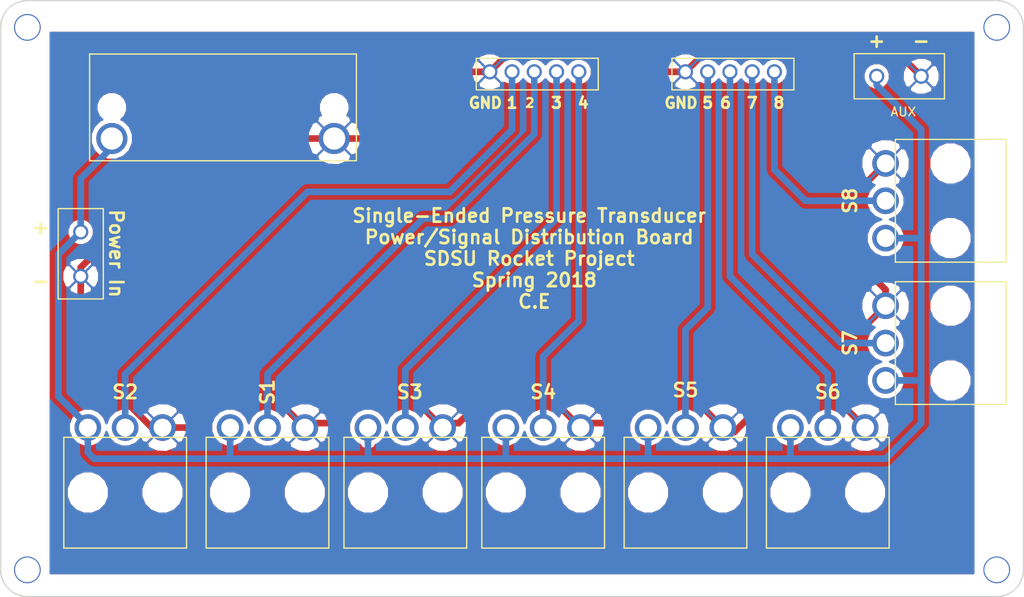
<source format=kicad_pcb>
(kicad_pcb (version 4) (host pcbnew 4.0.7-e2-6376~58~ubuntu16.04.1)

  (general
    (links 30)
    (no_connects 0)
    (area 49.424999 64.424999 164.575001 131.575001)
    (thickness 1.6)
    (drawings 32)
    (tracks 145)
    (zones 0)
    (modules 17)
    (nets 11)
  )

  (page A4)
  (layers
    (0 F.Cu signal)
    (31 B.Cu signal)
    (32 B.Adhes user)
    (33 F.Adhes user)
    (34 B.Paste user)
    (35 F.Paste user)
    (36 B.SilkS user)
    (37 F.SilkS user)
    (38 B.Mask user)
    (39 F.Mask user)
    (40 Dwgs.User user)
    (41 Cmts.User user)
    (42 Eco1.User user)
    (43 Eco2.User user)
    (44 Edge.Cuts user)
    (45 Margin user)
    (46 B.CrtYd user)
    (47 F.CrtYd user)
    (48 B.Fab user)
    (49 F.Fab user)
  )

  (setup
    (last_trace_width 0.75)
    (trace_clearance 0.2)
    (zone_clearance 0.508)
    (zone_45_only no)
    (trace_min 0.2)
    (segment_width 0.2)
    (edge_width 0.15)
    (via_size 0.6)
    (via_drill 0.4)
    (via_min_size 0.4)
    (via_min_drill 0.3)
    (uvia_size 0.3)
    (uvia_drill 0.1)
    (uvias_allowed no)
    (uvia_min_size 0.2)
    (uvia_min_drill 0.1)
    (pcb_text_width 0.3)
    (pcb_text_size 1.5 1.5)
    (mod_edge_width 0.15)
    (mod_text_size 1 1)
    (mod_text_width 0.15)
    (pad_size 3.5 3.5)
    (pad_drill 3.5)
    (pad_to_mask_clearance 0.2)
    (aux_axis_origin 0 0)
    (visible_elements FFFFFF7F)
    (pcbplotparams
      (layerselection 0x010f0_80000001)
      (usegerberextensions true)
      (excludeedgelayer true)
      (linewidth 0.100000)
      (plotframeref false)
      (viasonmask false)
      (mode 1)
      (useauxorigin false)
      (hpglpennumber 1)
      (hpglpenspeed 20)
      (hpglpendiameter 15)
      (hpglpenoverlay 2)
      (psnegative false)
      (psa4output false)
      (plotreference true)
      (plotvalue true)
      (plotinvisibletext false)
      (padsonsilk false)
      (subtractmaskfromsilk false)
      (outputformat 1)
      (mirror false)
      (drillshape 0)
      (scaleselection 1)
      (outputdirectory /home/rp/Documents/PCB_Projects/Ducer_Power_Distribution/Gerbers/))
  )

  (net 0 "")
  (net 1 "Net-(J1-Pad2)")
  (net 2 VCC)
  (net 3 GND)
  (net 4 "Net-(J2-Pad2)")
  (net 5 "Net-(J3-Pad2)")
  (net 6 "Net-(J4-Pad2)")
  (net 7 "Net-(J10-Pad2)")
  (net 8 "Net-(J10-Pad3)")
  (net 9 "Net-(J10-Pad4)")
  (net 10 "Net-(J10-Pad5)")

  (net_class Default "This is the default net class."
    (clearance 0.2)
    (trace_width 0.75)
    (via_dia 0.6)
    (via_drill 0.4)
    (uvia_dia 0.3)
    (uvia_drill 0.1)
    (add_net GND)
    (add_net "Net-(J1-Pad2)")
    (add_net "Net-(J10-Pad2)")
    (add_net "Net-(J10-Pad3)")
    (add_net "Net-(J10-Pad4)")
    (add_net "Net-(J10-Pad5)")
    (add_net "Net-(J2-Pad2)")
    (add_net "Net-(J3-Pad2)")
    (add_net "Net-(J4-Pad2)")
    (add_net VCC)
  )

  (net_class Thicc ""
    (clearance 0.2)
    (trace_width 1.25)
    (via_dia 0.6)
    (via_drill 0.4)
    (uvia_dia 0.3)
    (uvia_drill 0.1)
  )

  (module mylibrary:minifit_jr_1x3 (layer F.Cu) (tedit 5AC17102) (tstamp 5AC1679B)
    (at 110.5 112.5)
    (path /5ABECF15)
    (fp_text reference J4 (at 0 5.08) (layer F.SilkS) hide
      (effects (font (size 1 1) (thickness 0.15)))
    )
    (fp_text value Mini_Fit_Jr_1x3_pin (at -0.1524 -10.0584) (layer F.Fab) hide
      (effects (font (size 1 1) (thickness 0.15)))
    )
    (fp_line (start 6.9 1.1) (end 6.9 13.55) (layer F.SilkS) (width 0.15))
    (fp_line (start -6.9 1.1) (end 6.9 1.1) (layer F.SilkS) (width 0.15))
    (fp_line (start -6.9 13.55) (end -6.9 1.1) (layer F.SilkS) (width 0.15))
    (fp_line (start -6.9 13.55) (end 6.9 13.55) (layer F.SilkS) (width 0.15))
    (pad 2 thru_hole circle (at 0 0) (size 3 3) (drill 2) (layers *.Cu *.Mask)
      (net 6 "Net-(J4-Pad2)"))
    (pad 1 thru_hole circle (at -4.2 0) (size 3 3) (drill 2) (layers *.Cu *.Mask)
      (net 2 VCC))
    (pad 3 thru_hole circle (at 4.2 0) (size 3 3) (drill 2) (layers *.Cu *.Mask)
      (net 3 GND))
    (pad "" np_thru_hole circle (at -4.2 7.3) (size 3.5 3.5) (drill 3.5) (layers *.Cu *.Mask))
    (pad "" np_thru_hole circle (at 4.2 7.3) (size 3.5 3.5) (drill 3.5) (layers *.Cu *.Mask))
  )

  (module mylibrary:01x05_2.5mm_51035_molex_vertheader (layer F.Cu) (tedit 5AC1763C) (tstamp 5AC167CD)
    (at 104.5 72.5)
    (path /5AC16630)
    (fp_text reference J9 (at 5.588 5.588) (layer F.SilkS) hide
      (effects (font (size 1 1) (thickness 0.15)))
    )
    (fp_text value Conn_01x05 (at 5.08 -4.064) (layer F.Fab) hide
      (effects (font (size 1 1) (thickness 0.15)))
    )
    (fp_line (start -1.016 -1.524) (end 12.192 -1.524) (layer F.SilkS) (width 0.15))
    (fp_line (start 12.192 -1.524) (end 12.192 2.032) (layer F.SilkS) (width 0.15))
    (fp_line (start 12.192 2.032) (end -1.524 2.032) (layer F.SilkS) (width 0.15))
    (fp_line (start -1.524 2.032) (end -1.524 -1.524) (layer F.SilkS) (width 0.15))
    (fp_line (start -1.524 -1.524) (end -1.016 -1.524) (layer F.SilkS) (width 0.15))
    (pad 5 thru_hole circle (at 10 0) (size 1.7 1.7) (drill 1.2) (layers *.Cu *.Mask)
      (net 6 "Net-(J4-Pad2)"))
    (pad 4 thru_hole circle (at 7.5 0) (size 1.7 1.7) (drill 1.2) (layers *.Cu *.Mask)
      (net 5 "Net-(J3-Pad2)"))
    (pad 3 thru_hole circle (at 5 0) (size 1.7 1.7) (drill 1.2) (layers *.Cu *.Mask)
      (net 4 "Net-(J2-Pad2)"))
    (pad 2 thru_hole circle (at 2.5 0) (size 1.7 1.7) (drill 1.2) (layers *.Cu *.Mask)
      (net 1 "Net-(J1-Pad2)"))
    (pad 1 thru_hole circle (at 0 0) (size 1.7 1.7) (drill 1.2) (layers *.Cu *.Mask)
      (net 3 GND))
  )

  (module mylibrary:minifit_jr_1x3 (layer F.Cu) (tedit 5AC170E1) (tstamp 5AC16780)
    (at 63.5 112.5)
    (path /5ABEC86D)
    (fp_text reference J1 (at 0 5.08) (layer F.SilkS) hide
      (effects (font (size 1 1) (thickness 0.15)))
    )
    (fp_text value Mini_Fit_Jr_1x3_pin (at -0.1524 -10.0584) (layer F.Fab) hide
      (effects (font (size 1 1) (thickness 0.15)))
    )
    (fp_line (start 6.9 1.1) (end 6.9 13.55) (layer F.SilkS) (width 0.15))
    (fp_line (start -6.9 1.1) (end 6.9 1.1) (layer F.SilkS) (width 0.15))
    (fp_line (start -6.9 13.55) (end -6.9 1.1) (layer F.SilkS) (width 0.15))
    (fp_line (start -6.9 13.55) (end 6.9 13.55) (layer F.SilkS) (width 0.15))
    (pad 2 thru_hole circle (at 0 0) (size 3 3) (drill 2) (layers *.Cu *.Mask)
      (net 1 "Net-(J1-Pad2)"))
    (pad 1 thru_hole circle (at -4.2 0) (size 3 3) (drill 2) (layers *.Cu *.Mask)
      (net 2 VCC))
    (pad 3 thru_hole circle (at 4.2 0) (size 3 3) (drill 2) (layers *.Cu *.Mask)
      (net 3 GND))
    (pad "" np_thru_hole circle (at -4.2 7.3) (size 3.5 3.5) (drill 3.5) (layers *.Cu *.Mask))
    (pad "" np_thru_hole circle (at 4.2 7.3) (size 3.5 3.5) (drill 3.5) (layers *.Cu *.Mask))
  )

  (module mylibrary:minifit_jr_1x3 (layer F.Cu) (tedit 5AC170EA) (tstamp 5AC16789)
    (at 79.5 112.5)
    (path /5ABECD9B)
    (fp_text reference J2 (at 0 5.08) (layer F.SilkS) hide
      (effects (font (size 1 1) (thickness 0.15)))
    )
    (fp_text value Mini_Fit_Jr_1x3_pin (at -0.1524 -10.0584) (layer F.Fab) hide
      (effects (font (size 1 1) (thickness 0.15)))
    )
    (fp_line (start 6.9 1.1) (end 6.9 13.55) (layer F.SilkS) (width 0.15))
    (fp_line (start -6.9 1.1) (end 6.9 1.1) (layer F.SilkS) (width 0.15))
    (fp_line (start -6.9 13.55) (end -6.9 1.1) (layer F.SilkS) (width 0.15))
    (fp_line (start -6.9 13.55) (end 6.9 13.55) (layer F.SilkS) (width 0.15))
    (pad 2 thru_hole circle (at 0 0) (size 3 3) (drill 2) (layers *.Cu *.Mask)
      (net 4 "Net-(J2-Pad2)"))
    (pad 1 thru_hole circle (at -4.2 0) (size 3 3) (drill 2) (layers *.Cu *.Mask)
      (net 2 VCC))
    (pad 3 thru_hole circle (at 4.2 0) (size 3 3) (drill 2) (layers *.Cu *.Mask)
      (net 3 GND))
    (pad "" np_thru_hole circle (at -4.2 7.3) (size 3.5 3.5) (drill 3.5) (layers *.Cu *.Mask))
    (pad "" np_thru_hole circle (at 4.2 7.3) (size 3.5 3.5) (drill 3.5) (layers *.Cu *.Mask))
  )

  (module mylibrary:minifit_jr_1x3 (layer F.Cu) (tedit 5AC170F7) (tstamp 5AC16792)
    (at 95 112.5)
    (path /5ABECF01)
    (fp_text reference J3 (at 0 5.08) (layer F.SilkS) hide
      (effects (font (size 1 1) (thickness 0.15)))
    )
    (fp_text value Mini_Fit_Jr_1x3_pin (at -0.1524 -10.0584) (layer F.Fab) hide
      (effects (font (size 1 1) (thickness 0.15)))
    )
    (fp_line (start 6.9 1.1) (end 6.9 13.55) (layer F.SilkS) (width 0.15))
    (fp_line (start -6.9 1.1) (end 6.9 1.1) (layer F.SilkS) (width 0.15))
    (fp_line (start -6.9 13.55) (end -6.9 1.1) (layer F.SilkS) (width 0.15))
    (fp_line (start -6.9 13.55) (end 6.9 13.55) (layer F.SilkS) (width 0.15))
    (pad 2 thru_hole circle (at 0 0) (size 3 3) (drill 2) (layers *.Cu *.Mask)
      (net 5 "Net-(J3-Pad2)"))
    (pad 1 thru_hole circle (at -4.2 0) (size 3 3) (drill 2) (layers *.Cu *.Mask)
      (net 2 VCC))
    (pad 3 thru_hole circle (at 4.2 0) (size 3 3) (drill 2) (layers *.Cu *.Mask)
      (net 3 GND))
    (pad "" np_thru_hole circle (at -4.2 7.3) (size 3.5 3.5) (drill 3.5) (layers *.Cu *.Mask))
    (pad "" np_thru_hole circle (at 4.2 7.3) (size 3.5 3.5) (drill 3.5) (layers *.Cu *.Mask))
  )

  (module mylibrary:minifit_jr_1x3 (layer F.Cu) (tedit 5AC1710A) (tstamp 5AC167A4)
    (at 126.5 112.5)
    (path /5ABED179)
    (fp_text reference J5 (at 0 5.08) (layer F.SilkS) hide
      (effects (font (size 1 1) (thickness 0.15)))
    )
    (fp_text value Mini_Fit_Jr_1x3_pin (at -0.1524 -10.0584) (layer F.Fab) hide
      (effects (font (size 1 1) (thickness 0.15)))
    )
    (fp_line (start 6.9 1.1) (end 6.9 13.55) (layer F.SilkS) (width 0.15))
    (fp_line (start -6.9 1.1) (end 6.9 1.1) (layer F.SilkS) (width 0.15))
    (fp_line (start -6.9 13.55) (end -6.9 1.1) (layer F.SilkS) (width 0.15))
    (fp_line (start -6.9 13.55) (end 6.9 13.55) (layer F.SilkS) (width 0.15))
    (pad 2 thru_hole circle (at 0 0) (size 3 3) (drill 2) (layers *.Cu *.Mask)
      (net 7 "Net-(J10-Pad2)"))
    (pad 1 thru_hole circle (at -4.2 0) (size 3 3) (drill 2) (layers *.Cu *.Mask)
      (net 2 VCC))
    (pad 3 thru_hole circle (at 4.2 0) (size 3 3) (drill 2) (layers *.Cu *.Mask)
      (net 3 GND))
    (pad "" np_thru_hole circle (at -4.2 7.3) (size 3.5 3.5) (drill 3.5) (layers *.Cu *.Mask))
    (pad "" np_thru_hole circle (at 4.2 7.3) (size 3.5 3.5) (drill 3.5) (layers *.Cu *.Mask))
  )

  (module mylibrary:minifit_jr_1x3 (layer F.Cu) (tedit 5AC17113) (tstamp 5AC167AD)
    (at 142.5 112.5)
    (path /5ABED18D)
    (fp_text reference J6 (at 0 5.08) (layer F.SilkS) hide
      (effects (font (size 1 1) (thickness 0.15)))
    )
    (fp_text value Mini_Fit_Jr_1x3_pin (at -0.1524 -10.0584) (layer F.Fab) hide
      (effects (font (size 1 1) (thickness 0.15)))
    )
    (fp_line (start 6.9 1.1) (end 6.9 13.55) (layer F.SilkS) (width 0.15))
    (fp_line (start -6.9 1.1) (end 6.9 1.1) (layer F.SilkS) (width 0.15))
    (fp_line (start -6.9 13.55) (end -6.9 1.1) (layer F.SilkS) (width 0.15))
    (fp_line (start -6.9 13.55) (end 6.9 13.55) (layer F.SilkS) (width 0.15))
    (pad 2 thru_hole circle (at 0 0) (size 3 3) (drill 2) (layers *.Cu *.Mask)
      (net 8 "Net-(J10-Pad3)"))
    (pad 1 thru_hole circle (at -4.2 0) (size 3 3) (drill 2) (layers *.Cu *.Mask)
      (net 2 VCC))
    (pad 3 thru_hole circle (at 4.2 0) (size 3 3) (drill 2) (layers *.Cu *.Mask)
      (net 3 GND))
    (pad "" np_thru_hole circle (at -4.2 7.3) (size 3.5 3.5) (drill 3.5) (layers *.Cu *.Mask))
    (pad "" np_thru_hole circle (at 4.2 7.3) (size 3.5 3.5) (drill 3.5) (layers *.Cu *.Mask))
  )

  (module mylibrary:minifit_jr_1x3 (layer F.Cu) (tedit 5AC3C6FE) (tstamp 5AC167B6)
    (at 149 103 90)
    (path /5ABED1A1)
    (fp_text reference J7 (at 0 5.08 90) (layer F.SilkS) hide
      (effects (font (size 1 1) (thickness 0.15)))
    )
    (fp_text value Mini_Fit_Jr_1x3_pin (at -0.1524 -10.0584 90) (layer F.Fab) hide
      (effects (font (size 1 1) (thickness 0.15)))
    )
    (fp_line (start 6.9 1.1) (end 6.9 13.55) (layer F.SilkS) (width 0.15))
    (fp_line (start -6.9 1.1) (end 6.9 1.1) (layer F.SilkS) (width 0.15))
    (fp_line (start -6.9 13.55) (end -6.9 1.1) (layer F.SilkS) (width 0.15))
    (fp_line (start -6.9 13.55) (end 6.9 13.55) (layer F.SilkS) (width 0.15))
    (pad 2 thru_hole circle (at 0 0 90) (size 3 3) (drill 2) (layers *.Cu *.Mask)
      (net 9 "Net-(J10-Pad4)"))
    (pad 1 thru_hole circle (at -4.2 0 90) (size 3 3) (drill 2) (layers *.Cu *.Mask)
      (net 2 VCC))
    (pad 3 thru_hole circle (at 4.2 0 90) (size 3 3) (drill 2) (layers *.Cu *.Mask)
      (net 3 GND))
    (pad "" np_thru_hole circle (at -4.2 7.3 90) (size 3.5 3.5) (drill 3.5) (layers *.Cu *.Mask))
    (pad "" np_thru_hole circle (at 4.2 7.3 90) (size 3.5 3.5) (drill 3.5) (layers *.Cu *.Mask))
  )

  (module mylibrary:minifit_jr_1x3 (layer F.Cu) (tedit 5AC3C703) (tstamp 5AC167BF)
    (at 149 87 90)
    (path /5ABED1B5)
    (fp_text reference J8 (at 0 5.08 90) (layer F.SilkS) hide
      (effects (font (size 1 1) (thickness 0.15)))
    )
    (fp_text value Mini_Fit_Jr_1x3_pin (at -0.1524 -10.0584 90) (layer F.Fab) hide
      (effects (font (size 1 1) (thickness 0.15)))
    )
    (fp_line (start 6.9 1.1) (end 6.9 13.55) (layer F.SilkS) (width 0.15))
    (fp_line (start -6.9 1.1) (end 6.9 1.1) (layer F.SilkS) (width 0.15))
    (fp_line (start -6.9 13.55) (end -6.9 1.1) (layer F.SilkS) (width 0.15))
    (fp_line (start -6.9 13.55) (end 6.9 13.55) (layer F.SilkS) (width 0.15))
    (pad 2 thru_hole circle (at 0 0 90) (size 3 3) (drill 2) (layers *.Cu *.Mask)
      (net 10 "Net-(J10-Pad5)"))
    (pad 1 thru_hole circle (at -4.2 0 90) (size 3 3) (drill 2) (layers *.Cu *.Mask)
      (net 2 VCC))
    (pad 3 thru_hole circle (at 4.2 0 90) (size 3 3) (drill 2) (layers *.Cu *.Mask)
      (net 3 GND))
    (pad "" np_thru_hole circle (at -4.2 7.3 90) (size 3.5 3.5) (drill 3.5) (layers *.Cu *.Mask))
    (pad "" np_thru_hole circle (at 4.2 7.3 90) (size 3.5 3.5) (drill 3.5) (layers *.Cu *.Mask))
  )

  (module mylibrary:01x05_2.5mm_51035_molex_vertheader (layer F.Cu) (tedit 5AC1763E) (tstamp 5AC167DB)
    (at 126.5 72.5)
    (path /5AC16806)
    (fp_text reference J10 (at 5.588 5.588) (layer F.SilkS) hide
      (effects (font (size 1 1) (thickness 0.15)))
    )
    (fp_text value Conn_01x05 (at 5.08 -4.064) (layer F.Fab) hide
      (effects (font (size 1 1) (thickness 0.15)))
    )
    (fp_line (start -1.016 -1.524) (end 12.192 -1.524) (layer F.SilkS) (width 0.15))
    (fp_line (start 12.192 -1.524) (end 12.192 2.032) (layer F.SilkS) (width 0.15))
    (fp_line (start 12.192 2.032) (end -1.524 2.032) (layer F.SilkS) (width 0.15))
    (fp_line (start -1.524 2.032) (end -1.524 -1.524) (layer F.SilkS) (width 0.15))
    (fp_line (start -1.524 -1.524) (end -1.016 -1.524) (layer F.SilkS) (width 0.15))
    (pad 5 thru_hole circle (at 10 0) (size 1.7 1.7) (drill 1.2) (layers *.Cu *.Mask)
      (net 10 "Net-(J10-Pad5)"))
    (pad 4 thru_hole circle (at 7.5 0) (size 1.7 1.7) (drill 1.2) (layers *.Cu *.Mask)
      (net 9 "Net-(J10-Pad4)"))
    (pad 3 thru_hole circle (at 5 0) (size 1.7 1.7) (drill 1.2) (layers *.Cu *.Mask)
      (net 8 "Net-(J10-Pad3)"))
    (pad 2 thru_hole circle (at 2.5 0) (size 1.7 1.7) (drill 1.2) (layers *.Cu *.Mask)
      (net 7 "Net-(J10-Pad2)"))
    (pad 1 thru_hole circle (at 0 0) (size 1.7 1.7) (drill 1.2) (layers *.Cu *.Mask)
      (net 3 GND))
  )

  (module mylibrary:01x02_5mm_Screw_Terminals (layer F.Cu) (tedit 5AC1740E) (tstamp 5AC167E1)
    (at 58.5 95.5 90)
    (path /5ABEAA62)
    (fp_text reference J11 (at 0 5.08 90) (layer F.SilkS) hide
      (effects (font (size 1 1) (thickness 0.15)))
    )
    (fp_text value "Power In" (at 0 -5.08 90) (layer F.Fab) hide
      (effects (font (size 1 1) (thickness 0.15)))
    )
    (fp_line (start -2.54 -2.54) (end 7.62 -2.54) (layer F.SilkS) (width 0.15))
    (fp_line (start 7.62 -2.54) (end 7.62 2.54) (layer F.SilkS) (width 0.15))
    (fp_line (start 7.62 2.54) (end -2.54 2.54) (layer F.SilkS) (width 0.15))
    (fp_line (start -2.54 2.54) (end -2.54 -2.54) (layer F.SilkS) (width 0.15))
    (pad 1 thru_hole circle (at 0 0 90) (size 1.7 1.7) (drill 1.2) (layers *.Cu *.Mask)
      (net 3 GND))
    (pad 2 thru_hole circle (at 5 0 90) (size 1.7 1.7) (drill 1.2) (layers *.Cu *.Mask)
      (net 2 VCC))
  )

  (module mylibrary:sparkfun_voltmeter (layer F.Cu) (tedit 5AC3BE6A) (tstamp 5AC167E9)
    (at 74.5 76.5)
    (path /5ABEAB4B)
    (fp_text reference MES1 (at 0 3.81) (layer F.SilkS) hide
      (effects (font (size 1 1) (thickness 0.15)))
    )
    (fp_text value Voltmeter_DC (at 0 -4.572) (layer F.Fab)
      (effects (font (size 1 1) (thickness 0.15)))
    )
    (fp_line (start -15 -6) (end -15 6) (layer F.SilkS) (width 0.15))
    (fp_line (start 15 6) (end -15 6) (layer F.SilkS) (width 0.15))
    (fp_line (start 15 -6) (end 15 6) (layer F.SilkS) (width 0.15))
    (fp_line (start -15 -6) (end 15 -6) (layer F.SilkS) (width 0.15))
    (pad "" np_thru_hole circle (at 12.5 0) (size 2.2 2.2) (drill 2.2) (layers *.Cu *.Mask))
    (pad "" np_thru_hole circle (at -12.5 0) (size 2.2 2.2) (drill 2.2) (layers *.Cu *.Mask))
    (pad 2 thru_hole circle (at -12.5 3.5) (size 3.5 3.5) (drill 2.5) (layers *.Cu *.Mask)
      (net 2 VCC))
    (pad 1 thru_hole circle (at 12.5 3.5) (size 3.5 3.5) (drill 2.5) (layers *.Cu *.Mask)
      (net 3 GND))
  )

  (module mylibrary:M2.5_mountinghole (layer F.Cu) (tedit 5AC29715) (tstamp 5AC28F39)
    (at 52.5 67.5 90)
    (fp_text reference REF** (at 0 3.556 90) (layer F.SilkS) hide
      (effects (font (size 1 1) (thickness 0.15)))
    )
    (fp_text value 2.5mm_mountinghole (at -0.508 -3.048 90) (layer F.Fab) hide
      (effects (font (size 1 1) (thickness 0.15)))
    )
    (pad "" np_thru_hole circle (at 0 0 90) (size 3 3) (drill 2.75) (layers *.Cu *.Mask))
  )

  (module mylibrary:M2.5_mountinghole (layer F.Cu) (tedit 5AC2970F) (tstamp 5AC28F60)
    (at 52.5 128.5 90)
    (fp_text reference REF** (at 0 3.556 90) (layer F.SilkS) hide
      (effects (font (size 1 1) (thickness 0.15)))
    )
    (fp_text value 2.5mm_mountinghole (at -0.508 -3.048 90) (layer F.Fab) hide
      (effects (font (size 1 1) (thickness 0.15)))
    )
    (pad "" np_thru_hole circle (at 0 0 90) (size 3 3) (drill 2.75) (layers *.Cu *.Mask))
  )

  (module mylibrary:M2.5_mountinghole (layer F.Cu) (tedit 5AC2971A) (tstamp 5AC28F7C)
    (at 161.5 128.5 90)
    (fp_text reference REF** (at 0 3.556 90) (layer F.SilkS) hide
      (effects (font (size 1 1) (thickness 0.15)))
    )
    (fp_text value 2.5mm_mountinghole (at -0.508 -3.048 90) (layer F.Fab) hide
      (effects (font (size 1 1) (thickness 0.15)))
    )
    (pad "" np_thru_hole circle (at 0 0 90) (size 3 3) (drill 2.75) (layers *.Cu *.Mask))
  )

  (module mylibrary:M2.5_mountinghole (layer F.Cu) (tedit 5AC29720) (tstamp 5AC28F9A)
    (at 161.5 67.5 90)
    (fp_text reference REF** (at 0 3.556 90) (layer F.SilkS) hide
      (effects (font (size 1 1) (thickness 0.15)))
    )
    (fp_text value 2.5mm_mountinghole (at -0.508 -3.048 90) (layer F.Fab) hide
      (effects (font (size 1 1) (thickness 0.15)))
    )
    (pad "" np_thru_hole circle (at 0 0 90) (size 3 3) (drill 2.75) (layers *.Cu *.Mask))
  )

  (module mylibrary:01x02_5mm_Screw_Terminals (layer F.Cu) (tedit 5AC3C260) (tstamp 5AC3C165)
    (at 148 73)
    (path /5AC3C3DF)
    (fp_text reference AUX (at 3 4) (layer F.SilkS)
      (effects (font (size 1 1) (thickness 0.15)))
    )
    (fp_text value Conn_01x02 (at 1 -6) (layer F.Fab) hide
      (effects (font (size 1 1) (thickness 0.15)))
    )
    (fp_line (start -2.54 -2.54) (end 7.62 -2.54) (layer F.SilkS) (width 0.15))
    (fp_line (start 7.62 -2.54) (end 7.62 2.54) (layer F.SilkS) (width 0.15))
    (fp_line (start 7.62 2.54) (end -2.54 2.54) (layer F.SilkS) (width 0.15))
    (fp_line (start -2.54 2.54) (end -2.54 -2.54) (layer F.SilkS) (width 0.15))
    (pad 1 thru_hole circle (at 0 0) (size 1.7 1.7) (drill 1.2) (layers *.Cu *.Mask)
      (net 2 VCC))
    (pad 2 thru_hole circle (at 5 0) (size 1.7 1.7) (drill 1.2) (layers *.Cu *.Mask)
      (net 3 GND))
  )

  (gr_text - (at 153 69) (layer F.SilkS)
    (effects (font (size 1.5 1.5) (thickness 0.3)))
  )
  (gr_text + (at 148 69) (layer F.SilkS)
    (effects (font (size 1.5 1.5) (thickness 0.3)))
  )
  (gr_text "Single-Ended Pressure Transducer \nPower/Signal Distribution Board \nSDSU Rocket Project \nSpring 2018\nC.E\n" (at 109.5 93.5) (layer F.SilkS)
    (effects (font (size 1.5 1.5) (thickness 0.3)))
  )
  (gr_text - (at 54 96) (layer F.SilkS)
    (effects (font (size 1.5 1.5) (thickness 0.3)))
  )
  (gr_text + (at 54 90) (layer F.SilkS)
    (effects (font (size 1.5 1.5) (thickness 0.3)))
  )
  (gr_line (start 161.5 131.5) (end 52.5 131.5) (angle 90) (layer Edge.Cuts) (width 0.15))
  (gr_line (start 164.5 128.5) (end 164.5 67.5) (angle 90) (layer Edge.Cuts) (width 0.15))
  (gr_arc (start 161.5 128.5) (end 164.5 128.5) (angle 90) (layer Edge.Cuts) (width 0.15))
  (gr_line (start 161.5 64.5) (end 52.5 64.5) (angle 90) (layer Edge.Cuts) (width 0.15))
  (gr_arc (start 161.5 67.5) (end 161.5 64.5) (angle 90) (layer Edge.Cuts) (width 0.15))
  (gr_arc (start 52.5 67.5) (end 49.5 67.5) (angle 90) (layer Edge.Cuts) (width 0.15))
  (gr_line (start 49.5 128.5) (end 49.5 67.5) (angle 90) (layer Edge.Cuts) (width 0.15))
  (gr_arc (start 52.5 128.5) (end 52.5 131.5) (angle 90) (layer Edge.Cuts) (width 0.15))
  (gr_text 8 (at 137 76) (layer F.SilkS)
    (effects (font (size 1.2 1.2) (thickness 0.3)))
  )
  (gr_text 7 (at 134 76) (layer F.SilkS)
    (effects (font (size 1.2 1.2) (thickness 0.3)))
  )
  (gr_text 6 (at 131 76) (layer F.SilkS)
    (effects (font (size 1.2 1.2) (thickness 0.3)))
  )
  (gr_text 5 (at 129 76) (layer F.SilkS)
    (effects (font (size 1.2 1.2) (thickness 0.3)))
  )
  (gr_text GND (at 126 76) (layer F.SilkS)
    (effects (font (size 1.2 1.2) (thickness 0.3)))
  )
  (gr_text GND (at 104 76) (layer F.SilkS)
    (effects (font (size 1.2 1.2) (thickness 0.3)))
  )
  (gr_text 4 (at 115 76) (layer F.SilkS)
    (effects (font (size 1.2 1.2) (thickness 0.3)))
  )
  (gr_text 3 (at 112 76) (layer F.SilkS)
    (effects (font (size 1.2 1.2) (thickness 0.3)))
  )
  (gr_text 2 (at 109 76) (layer F.SilkS)
    (effects (font (size 1 1) (thickness 0.25)))
  )
  (gr_text 1 (at 107 76) (layer F.SilkS)
    (effects (font (size 1.2 1.2) (thickness 0.3)))
  )
  (gr_text S8 (at 145 87 90) (layer F.SilkS)
    (effects (font (size 1.5 1.5) (thickness 0.3)))
  )
  (gr_text "S7\n" (at 145 103 90) (layer F.SilkS)
    (effects (font (size 1.5 1.5) (thickness 0.3)))
  )
  (gr_text S6 (at 142.5 108.5) (layer F.SilkS)
    (effects (font (size 1.5 1.5) (thickness 0.3)))
  )
  (gr_text "S5\n\n" (at 126.5 109.5) (layer F.SilkS)
    (effects (font (size 1.5 1.5) (thickness 0.3)))
  )
  (gr_text S4 (at 110.5 108.5) (layer F.SilkS)
    (effects (font (size 1.5 1.5) (thickness 0.3)))
  )
  (gr_text "S3\n" (at 95.5 108.5) (layer F.SilkS)
    (effects (font (size 1.5 1.5) (thickness 0.3)))
  )
  (gr_text S2 (at 63.5 108.5) (layer F.SilkS)
    (effects (font (size 1.5 1.5) (thickness 0.3)))
  )
  (gr_text S1 (at 79.5 108.5 90) (layer F.SilkS)
    (effects (font (size 1.5 1.5) (thickness 0.3)))
  )
  (gr_text "Power In \n" (at 62.5 93.5 270) (layer F.SilkS)
    (effects (font (size 1.5 1.5) (thickness 0.3)))
  )

  (segment (start 63.5 112.5) (end 63.5 106.5) (width 0.75) (layer B.Cu) (net 1))
  (segment (start 107 79) (end 107 72.5) (width 0.75) (layer B.Cu) (net 1) (tstamp 5AC53CC8))
  (segment (start 100 86) (end 107 79) (width 0.75) (layer B.Cu) (net 1) (tstamp 5AC53CC6))
  (segment (start 84 86) (end 100 86) (width 0.75) (layer B.Cu) (net 1) (tstamp 5AC53CC4))
  (segment (start 63.5 106.5) (end 84 86) (width 0.75) (layer B.Cu) (net 1) (tstamp 5AC53CC0))
  (segment (start 153 91) (end 153 79) (width 0.75) (layer B.Cu) (net 2))
  (segment (start 148 74) (end 148 73) (width 0.75) (layer B.Cu) (net 2) (tstamp 5AC53CB8))
  (segment (start 153 79) (end 148 74) (width 0.75) (layer B.Cu) (net 2) (tstamp 5AC53CB5))
  (segment (start 153 108) (end 153 91) (width 0.75) (layer B.Cu) (net 2))
  (segment (start 152.8 91.2) (end 149 91.2) (width 0.75) (layer B.Cu) (net 2) (tstamp 5AC53CB2))
  (segment (start 153 91) (end 152.8 91.2) (width 0.75) (layer B.Cu) (net 2) (tstamp 5AC53CB1))
  (segment (start 138 116) (end 149 116) (width 0.75) (layer B.Cu) (net 2))
  (segment (start 152.8 107.2) (end 149 107.2) (width 0.75) (layer B.Cu) (net 2) (tstamp 5AC53C96))
  (segment (start 153 107) (end 152.8 107.2) (width 0.75) (layer B.Cu) (net 2) (tstamp 5AC53C95))
  (segment (start 153 112) (end 153 108) (width 0.75) (layer B.Cu) (net 2) (tstamp 5AC53C92))
  (segment (start 153 108) (end 153 107) (width 0.75) (layer B.Cu) (net 2) (tstamp 5AC53CAF))
  (segment (start 149 116) (end 153 112) (width 0.75) (layer B.Cu) (net 2) (tstamp 5AC53C91))
  (segment (start 122 116) (end 138 116) (width 0.75) (layer B.Cu) (net 2))
  (segment (start 138.3 115.7) (end 138.3 112.5) (width 0.75) (layer B.Cu) (net 2) (tstamp 5AC53C8E))
  (segment (start 138 116) (end 138.3 115.7) (width 0.75) (layer B.Cu) (net 2) (tstamp 5AC53C8D))
  (segment (start 106 116) (end 122 116) (width 0.75) (layer B.Cu) (net 2))
  (segment (start 122.3 115.7) (end 122.3 112.5) (width 0.75) (layer B.Cu) (net 2) (tstamp 5AC53C8A))
  (segment (start 122 116) (end 122.3 115.7) (width 0.75) (layer B.Cu) (net 2) (tstamp 5AC53C89))
  (segment (start 91 116) (end 106 116) (width 0.75) (layer B.Cu) (net 2))
  (segment (start 106.3 115.7) (end 106.3 112.5) (width 0.75) (layer B.Cu) (net 2) (tstamp 5AC53C86))
  (segment (start 106 116) (end 106.3 115.7) (width 0.75) (layer B.Cu) (net 2) (tstamp 5AC53C85))
  (segment (start 75 116) (end 91 116) (width 0.75) (layer B.Cu) (net 2))
  (segment (start 90.8 115.8) (end 90.8 112.5) (width 0.75) (layer B.Cu) (net 2) (tstamp 5AC53C7F))
  (segment (start 91 116) (end 90.8 115.8) (width 0.75) (layer B.Cu) (net 2) (tstamp 5AC53C7E))
  (segment (start 59.3 112.5) (end 59.3 115.3) (width 0.75) (layer B.Cu) (net 2))
  (segment (start 75.3 115.7) (end 75.3 112.5) (width 0.75) (layer B.Cu) (net 2) (tstamp 5AC53C71))
  (segment (start 75 116) (end 75.3 115.7) (width 0.75) (layer B.Cu) (net 2) (tstamp 5AC53C6F))
  (segment (start 60 116) (end 75 116) (width 0.75) (layer B.Cu) (net 2) (tstamp 5AC53C6D))
  (segment (start 59.3 115.3) (end 60 116) (width 0.75) (layer B.Cu) (net 2) (tstamp 5AC53C69))
  (segment (start 58.5 90.5) (end 56 93) (width 0.75) (layer B.Cu) (net 2))
  (segment (start 56 109) (end 59.3 112.3) (width 0.75) (layer B.Cu) (net 2) (tstamp 5AC53BB2))
  (segment (start 56 93) (end 56 109) (width 0.75) (layer B.Cu) (net 2) (tstamp 5AC53BB0))
  (segment (start 59.3 112.3) (end 59.3 112.5) (width 0.75) (layer B.Cu) (net 2) (tstamp 5AC53BB5))
  (segment (start 58.5 90.5) (end 58.5 84.5) (width 0.75) (layer B.Cu) (net 2))
  (segment (start 58.5 84.5) (end 62 81) (width 0.75) (layer B.Cu) (net 2) (tstamp 5AC53BAC))
  (segment (start 62 81) (end 62 80) (width 0.75) (layer B.Cu) (net 2) (tstamp 5AC53BAD))
  (segment (start 150.2 91.2) (end 149 91.2) (width 0.75) (layer F.Cu) (net 2) (tstamp 5AC3FBBE))
  (segment (start 75 112.8) (end 75.3 112.5) (width 0.75) (layer F.Cu) (net 2) (tstamp 5AC3FBB9))
  (segment (start 91 112.7) (end 90.8 112.5) (width 0.75) (layer F.Cu) (net 2) (tstamp 5AC3FBB4))
  (segment (start 122 112.8) (end 122.3 112.5) (width 0.75) (layer F.Cu) (net 2) (tstamp 5AC3FBAF))
  (segment (start 138 112.8) (end 138.3 112.5) (width 0.75) (layer F.Cu) (net 2) (tstamp 5AC3FBAA))
  (segment (start 149 92.2) (end 149 91.2) (width 0.75) (layer F.Cu) (net 2) (tstamp 5AC3C501))
  (segment (start 138.3 113.5) (end 138.3 112.5) (width 0.75) (layer F.Cu) (net 2) (tstamp 5AC3C4F0))
  (segment (start 121.5 112.5) (end 122.3 112.5) (width 0.75) (layer F.Cu) (net 2) (tstamp 5AC3C4EA))
  (segment (start 106.3 113.5) (end 106.3 112.5) (width 0.75) (layer F.Cu) (net 2) (tstamp 5AC3C4E4))
  (segment (start 90.8 114) (end 90.8 112.5) (width 0.75) (layer F.Cu) (net 2) (tstamp 5AC3C4E0))
  (segment (start 62 81) (end 62 80) (width 0.75) (layer F.Cu) (net 2) (tstamp 5AC3C49A))
  (segment (start 138.3 112.7) (end 138.3 112.5) (width 0.75) (layer B.Cu) (net 2) (tstamp 5AC2C9EF))
  (segment (start 122.3 112.7) (end 122.3 112.5) (width 0.75) (layer B.Cu) (net 2) (tstamp 5AC2C9E9))
  (segment (start 106.3 112.7) (end 106.3 112.5) (width 0.75) (layer B.Cu) (net 2) (tstamp 5AC2C9E5))
  (segment (start 90.8 113.2) (end 90.8 112.5) (width 0.75) (layer B.Cu) (net 2) (tstamp 5AC2C9DF))
  (segment (start 106.3 113.5) (end 106.3 112.5) (width 0.25) (layer B.Cu) (net 2) (tstamp 5AC17188))
  (segment (start 137.5 112.5) (end 138.3 112.5) (width 0.25) (layer B.Cu) (net 2) (tstamp 5AC17195))
  (segment (start 122.3 112.7) (end 122.3 112.5) (width 0.25) (layer B.Cu) (net 2) (tstamp 5AC1718F))
  (segment (start 90.8 114) (end 90.8 112.5) (width 0.25) (layer B.Cu) (net 2) (tstamp 5AC1717D))
  (segment (start 138.3 112.3) (end 138.3 112.5) (width 0.25) (layer B.Cu) (net 2) (tstamp 5AC1708A))
  (segment (start 122.3 112.3) (end 122.3 112.5) (width 0.25) (layer B.Cu) (net 2) (tstamp 5AC17086))
  (segment (start 90.8 111.8) (end 90.8 112.5) (width 0.25) (layer B.Cu) (net 2) (tstamp 5AC1707B))
  (segment (start 62 81) (end 62 80) (width 0.25) (layer F.Cu) (net 2) (tstamp 5AC16A8E))
  (segment (start 104.5 72.5) (end 107 70) (width 0.75) (layer F.Cu) (net 3))
  (segment (start 124.5 72.5) (end 126.5 72.5) (width 0.75) (layer F.Cu) (net 3) (tstamp 5AC6D6D2))
  (segment (start 122 70) (end 124.5 72.5) (width 0.75) (layer F.Cu) (net 3) (tstamp 5AC6D6D1))
  (segment (start 107 70) (end 122 70) (width 0.75) (layer F.Cu) (net 3) (tstamp 5AC6D6D0))
  (segment (start 87 80) (end 94 80) (width 0.75) (layer F.Cu) (net 3))
  (segment (start 101.5 72.5) (end 104.5 72.5) (width 0.75) (layer F.Cu) (net 3) (tstamp 5AC6D6CB))
  (segment (start 94 80) (end 101.5 72.5) (width 0.75) (layer F.Cu) (net 3) (tstamp 5AC6D6C9))
  (segment (start 58.5 95.5) (end 58.5 94.5) (width 0.75) (layer F.Cu) (net 3))
  (segment (start 73 80) (end 87 80) (width 0.75) (layer F.Cu) (net 3) (tstamp 5AC6D6C1))
  (segment (start 58.5 94.5) (end 73 80) (width 0.75) (layer F.Cu) (net 3) (tstamp 5AC6D6C0))
  (segment (start 149 98.8) (end 149 97) (width 0.75) (layer F.Cu) (net 3))
  (segment (start 145 86.8) (end 149 82.8) (width 0.75) (layer F.Cu) (net 3) (tstamp 5AC6D6B1))
  (segment (start 145 93) (end 145 86.8) (width 0.75) (layer F.Cu) (net 3) (tstamp 5AC6D6B0))
  (segment (start 149 97) (end 145 93) (width 0.75) (layer F.Cu) (net 3) (tstamp 5AC6D6AF))
  (segment (start 143 109) (end 143.2 109) (width 0.75) (layer F.Cu) (net 3))
  (segment (start 143.2 109) (end 146.7 112.5) (width 0.75) (layer F.Cu) (net 3) (tstamp 5AC6D6AC))
  (segment (start 58.5 95.5) (end 58.5 104.5) (width 0.75) (layer F.Cu) (net 3))
  (segment (start 58.5 104.5) (end 66.5 112.5) (width 0.75) (layer F.Cu) (net 3) (tstamp 5AC6D682))
  (segment (start 66.5 112.5) (end 70.5 112.5) (width 0.75) (layer F.Cu) (net 3) (tstamp 5AC6D685))
  (segment (start 80.2 109) (end 83.2 112) (width 0.75) (layer F.Cu) (net 3) (tstamp 5AC6D688))
  (segment (start 74 109) (end 80.2 109) (width 0.75) (layer F.Cu) (net 3) (tstamp 5AC6D687))
  (segment (start 70.5 112.5) (end 74 109) (width 0.75) (layer F.Cu) (net 3) (tstamp 5AC6D686))
  (segment (start 83.2 112) (end 87 112) (width 0.75) (layer F.Cu) (net 3) (tstamp 5AC6D68A))
  (segment (start 87 112) (end 90 109) (width 0.75) (layer F.Cu) (net 3) (tstamp 5AC6D68C))
  (segment (start 90 109) (end 95.7 109) (width 0.75) (layer F.Cu) (net 3) (tstamp 5AC6D68D))
  (segment (start 95.7 109) (end 98.7 112) (width 0.75) (layer F.Cu) (net 3) (tstamp 5AC6D68F))
  (segment (start 98.7 112) (end 101 112) (width 0.75) (layer F.Cu) (net 3) (tstamp 5AC6D691))
  (segment (start 101 112) (end 104 109) (width 0.75) (layer F.Cu) (net 3) (tstamp 5AC6D693))
  (segment (start 104 109) (end 111.2 109) (width 0.75) (layer F.Cu) (net 3) (tstamp 5AC6D694))
  (segment (start 111.2 109) (end 114.2 112) (width 0.75) (layer F.Cu) (net 3) (tstamp 5AC6D696))
  (segment (start 114.2 112) (end 118 112) (width 0.75) (layer F.Cu) (net 3) (tstamp 5AC6D698))
  (segment (start 118 112) (end 121 109) (width 0.75) (layer F.Cu) (net 3) (tstamp 5AC6D69A))
  (segment (start 121 109) (end 127.2 109) (width 0.75) (layer F.Cu) (net 3) (tstamp 5AC6D69B))
  (segment (start 127.2 109) (end 131.2 113) (width 0.75) (layer F.Cu) (net 3) (tstamp 5AC6D69D))
  (segment (start 131.2 113) (end 132 113) (width 0.75) (layer F.Cu) (net 3) (tstamp 5AC6D69F))
  (segment (start 132 113) (end 136 109) (width 0.75) (layer F.Cu) (net 3) (tstamp 5AC6D6A0))
  (segment (start 136 109) (end 143 109) (width 0.75) (layer F.Cu) (net 3) (tstamp 5AC6D6A1))
  (segment (start 143.2 109) (end 145 107.2) (width 0.75) (layer F.Cu) (net 3) (tstamp 5AC6D6A3))
  (segment (start 145 107.2) (end 145 102.8) (width 0.75) (layer F.Cu) (net 3) (tstamp 5AC6D6A5))
  (segment (start 145 102.8) (end 149 98.8) (width 0.75) (layer F.Cu) (net 3) (tstamp 5AC6D6A6))
  (segment (start 126.5 72.5) (end 130 69) (width 0.75) (layer F.Cu) (net 3) (tstamp 5AC6D663))
  (segment (start 149 69) (end 153 73) (width 0.75) (layer F.Cu) (net 3) (tstamp 5AC6D66D))
  (segment (start 130 69) (end 149 69) (width 0.75) (layer F.Cu) (net 3) (tstamp 5AC6D664))
  (segment (start 149 83) (end 149 82.8) (width 0.75) (layer B.Cu) (net 3) (tstamp 5AC3C580))
  (segment (start 114.7 111.7) (end 114.7 112.5) (width 0.75) (layer B.Cu) (net 3) (tstamp 5AC3C56B))
  (segment (start 99.2 112.2) (end 99.2 112.5) (width 0.75) (layer B.Cu) (net 3) (tstamp 5AC3C567))
  (segment (start 83.5 112.5) (end 83.7 112.5) (width 0.75) (layer B.Cu) (net 3) (tstamp 5AC3C562))
  (segment (start 146.5 112.3) (end 146.7 112.5) (width 0.25) (layer F.Cu) (net 3) (tstamp 5AC16F6F))
  (segment (start 79.5 112.5) (end 79.5 106.5) (width 0.75) (layer B.Cu) (net 4))
  (segment (start 109.5 79.5) (end 109.5 72.5) (width 0.75) (layer B.Cu) (net 4) (tstamp 5AC53CD6))
  (segment (start 100 89) (end 109.5 79.5) (width 0.75) (layer B.Cu) (net 4) (tstamp 5AC53CD2))
  (segment (start 97 89) (end 100 89) (width 0.75) (layer B.Cu) (net 4) (tstamp 5AC53CCF))
  (segment (start 79.5 106.5) (end 97 89) (width 0.75) (layer B.Cu) (net 4) (tstamp 5AC53CCC))
  (segment (start 79.5 112.5) (end 80.5 112.5) (width 0.75) (layer B.Cu) (net 4))
  (segment (start 95 112.5) (end 95 106) (width 0.75) (layer B.Cu) (net 5))
  (segment (start 112 89) (end 112 72.5) (width 0.75) (layer B.Cu) (net 5) (tstamp 5AC53CDB))
  (segment (start 95 106) (end 112 89) (width 0.75) (layer B.Cu) (net 5) (tstamp 5AC53CDA))
  (segment (start 112.5 73) (end 112 72.5) (width 0.25) (layer B.Cu) (net 5) (tstamp 5AC171C1))
  (segment (start 110.5 112.5) (end 110.5 104.5) (width 0.75) (layer B.Cu) (net 6))
  (segment (start 114.5 100.5) (end 114.5 72.5) (width 0.75) (layer B.Cu) (net 6) (tstamp 5AC53CE0))
  (segment (start 110.5 104.5) (end 114.5 100.5) (width 0.75) (layer B.Cu) (net 6) (tstamp 5AC53CDF))
  (segment (start 126.5 112.5) (end 126.5 101.5) (width 0.75) (layer B.Cu) (net 7))
  (segment (start 129 99) (end 129 72.5) (width 0.75) (layer B.Cu) (net 7) (tstamp 5AC53CE9))
  (segment (start 126.5 101.5) (end 129 99) (width 0.75) (layer B.Cu) (net 7) (tstamp 5AC53CE4))
  (segment (start 129.5 73) (end 129 72.5) (width 0.25) (layer B.Cu) (net 7) (tstamp 5AC171F0))
  (segment (start 142.5 112.5) (end 142.5 106.5) (width 0.75) (layer B.Cu) (net 8))
  (segment (start 131.5 95.5) (end 131.5 72.5) (width 0.75) (layer B.Cu) (net 8) (tstamp 5AC53CF1))
  (segment (start 142.5 106.5) (end 131.5 95.5) (width 0.75) (layer B.Cu) (net 8) (tstamp 5AC53CEE))
  (segment (start 142.5 112.5) (end 142.5 111.5) (width 0.75) (layer B.Cu) (net 8))
  (segment (start 142.5 112.5) (end 141.5 112.5) (width 0.75) (layer B.Cu) (net 8))
  (segment (start 149 103) (end 144 103) (width 0.75) (layer B.Cu) (net 9))
  (segment (start 134 93) (end 134 72.5) (width 0.75) (layer B.Cu) (net 9) (tstamp 5AC53CF8))
  (segment (start 144 103) (end 134 93) (width 0.75) (layer B.Cu) (net 9) (tstamp 5AC53CF6))
  (segment (start 149.7 103.7) (end 148.5 103.7) (width 0.75) (layer B.Cu) (net 9) (tstamp 5AC2C9F7))
  (segment (start 148.5 103.7) (end 148.5 103.5) (width 0.25) (layer B.Cu) (net 9))
  (segment (start 149 87) (end 140 87) (width 0.75) (layer B.Cu) (net 10))
  (segment (start 136.5 83.5) (end 136.5 72.5) (width 0.75) (layer B.Cu) (net 10) (tstamp 5AC53CFD))
  (segment (start 140 87) (end 136.5 83.5) (width 0.75) (layer B.Cu) (net 10) (tstamp 5AC53CFC))
  (segment (start 148.5 87.5) (end 148.5 86.7) (width 0.75) (layer B.Cu) (net 10) (tstamp 5AC2C9FB))
  (segment (start 148.7 86.7) (end 148.5 86.7) (width 0.25) (layer B.Cu) (net 10) (tstamp 5AC171A4))
  (segment (start 149.7 86.7) (end 148.5 86.7) (width 0.25) (layer B.Cu) (net 10) (tstamp 5AC17096))

  (zone (net 3) (net_name GND) (layer B.Cu) (tstamp 5ACB7EF1) (hatch edge 0.508)
    (connect_pads (clearance 0.508))
    (min_thickness 0.23)
    (fill yes (arc_segments 16) (thermal_gap 1.106) (thermal_bridge_width 0.24))
    (polygon
      (pts
        (xy 159 129) (xy 55 129) (xy 55 68) (xy 159 68)
      )
    )
    (filled_polygon
      (pts
        (xy 158.885 128.885) (xy 55.115 128.885) (xy 55.115 120.269948) (xy 56.926589 120.269948) (xy 57.287095 121.142441)
        (xy 57.954048 121.810559) (xy 58.82591 122.172587) (xy 59.769948 122.173411) (xy 60.642441 121.812905) (xy 61.310559 121.145952)
        (xy 61.672587 120.27409) (xy 61.67259 120.269948) (xy 65.326589 120.269948) (xy 65.687095 121.142441) (xy 66.354048 121.810559)
        (xy 67.22591 122.172587) (xy 68.169948 122.173411) (xy 69.042441 121.812905) (xy 69.710559 121.145952) (xy 70.072587 120.27409)
        (xy 70.07259 120.269948) (xy 72.926589 120.269948) (xy 73.287095 121.142441) (xy 73.954048 121.810559) (xy 74.82591 122.172587)
        (xy 75.769948 122.173411) (xy 76.642441 121.812905) (xy 77.310559 121.145952) (xy 77.672587 120.27409) (xy 77.67259 120.269948)
        (xy 81.326589 120.269948) (xy 81.687095 121.142441) (xy 82.354048 121.810559) (xy 83.22591 122.172587) (xy 84.169948 122.173411)
        (xy 85.042441 121.812905) (xy 85.710559 121.145952) (xy 86.072587 120.27409) (xy 86.07259 120.269948) (xy 88.426589 120.269948)
        (xy 88.787095 121.142441) (xy 89.454048 121.810559) (xy 90.32591 122.172587) (xy 91.269948 122.173411) (xy 92.142441 121.812905)
        (xy 92.810559 121.145952) (xy 93.172587 120.27409) (xy 93.17259 120.269948) (xy 96.826589 120.269948) (xy 97.187095 121.142441)
        (xy 97.854048 121.810559) (xy 98.72591 122.172587) (xy 99.669948 122.173411) (xy 100.542441 121.812905) (xy 101.210559 121.145952)
        (xy 101.572587 120.27409) (xy 101.57259 120.269948) (xy 103.926589 120.269948) (xy 104.287095 121.142441) (xy 104.954048 121.810559)
        (xy 105.82591 122.172587) (xy 106.769948 122.173411) (xy 107.642441 121.812905) (xy 108.310559 121.145952) (xy 108.672587 120.27409)
        (xy 108.67259 120.269948) (xy 112.326589 120.269948) (xy 112.687095 121.142441) (xy 113.354048 121.810559) (xy 114.22591 122.172587)
        (xy 115.169948 122.173411) (xy 116.042441 121.812905) (xy 116.710559 121.145952) (xy 117.072587 120.27409) (xy 117.07259 120.269948)
        (xy 119.926589 120.269948) (xy 120.287095 121.142441) (xy 120.954048 121.810559) (xy 121.82591 122.172587) (xy 122.769948 122.173411)
        (xy 123.642441 121.812905) (xy 124.310559 121.145952) (xy 124.672587 120.27409) (xy 124.67259 120.269948) (xy 128.326589 120.269948)
        (xy 128.687095 121.142441) (xy 129.354048 121.810559) (xy 130.22591 122.172587) (xy 131.169948 122.173411) (xy 132.042441 121.812905)
        (xy 132.710559 121.145952) (xy 133.072587 120.27409) (xy 133.07259 120.269948) (xy 135.926589 120.269948) (xy 136.287095 121.142441)
        (xy 136.954048 121.810559) (xy 137.82591 122.172587) (xy 138.769948 122.173411) (xy 139.642441 121.812905) (xy 140.310559 121.145952)
        (xy 140.672587 120.27409) (xy 140.67259 120.269948) (xy 144.326589 120.269948) (xy 144.687095 121.142441) (xy 145.354048 121.810559)
        (xy 146.22591 122.172587) (xy 147.169948 122.173411) (xy 148.042441 121.812905) (xy 148.710559 121.145952) (xy 149.072587 120.27409)
        (xy 149.073411 119.330052) (xy 148.712905 118.457559) (xy 148.045952 117.789441) (xy 147.17409 117.427413) (xy 146.230052 117.426589)
        (xy 145.357559 117.787095) (xy 144.689441 118.454048) (xy 144.327413 119.32591) (xy 144.326589 120.269948) (xy 140.67259 120.269948)
        (xy 140.673411 119.330052) (xy 140.312905 118.457559) (xy 139.645952 117.789441) (xy 138.77409 117.427413) (xy 137.830052 117.426589)
        (xy 136.957559 117.787095) (xy 136.289441 118.454048) (xy 135.927413 119.32591) (xy 135.926589 120.269948) (xy 133.07259 120.269948)
        (xy 133.073411 119.330052) (xy 132.712905 118.457559) (xy 132.045952 117.789441) (xy 131.17409 117.427413) (xy 130.230052 117.426589)
        (xy 129.357559 117.787095) (xy 128.689441 118.454048) (xy 128.327413 119.32591) (xy 128.326589 120.269948) (xy 124.67259 120.269948)
        (xy 124.673411 119.330052) (xy 124.312905 118.457559) (xy 123.645952 117.789441) (xy 122.77409 117.427413) (xy 121.830052 117.426589)
        (xy 120.957559 117.787095) (xy 120.289441 118.454048) (xy 119.927413 119.32591) (xy 119.926589 120.269948) (xy 117.07259 120.269948)
        (xy 117.073411 119.330052) (xy 116.712905 118.457559) (xy 116.045952 117.789441) (xy 115.17409 117.427413) (xy 114.230052 117.426589)
        (xy 113.357559 117.787095) (xy 112.689441 118.454048) (xy 112.327413 119.32591) (xy 112.326589 120.269948) (xy 108.67259 120.269948)
        (xy 108.673411 119.330052) (xy 108.312905 118.457559) (xy 107.645952 117.789441) (xy 106.77409 117.427413) (xy 105.830052 117.426589)
        (xy 104.957559 117.787095) (xy 104.289441 118.454048) (xy 103.927413 119.32591) (xy 103.926589 120.269948) (xy 101.57259 120.269948)
        (xy 101.573411 119.330052) (xy 101.212905 118.457559) (xy 100.545952 117.789441) (xy 99.67409 117.427413) (xy 98.730052 117.426589)
        (xy 97.857559 117.787095) (xy 97.189441 118.454048) (xy 96.827413 119.32591) (xy 96.826589 120.269948) (xy 93.17259 120.269948)
        (xy 93.173411 119.330052) (xy 92.812905 118.457559) (xy 92.145952 117.789441) (xy 91.27409 117.427413) (xy 90.330052 117.426589)
        (xy 89.457559 117.787095) (xy 88.789441 118.454048) (xy 88.427413 119.32591) (xy 88.426589 120.269948) (xy 86.07259 120.269948)
        (xy 86.073411 119.330052) (xy 85.712905 118.457559) (xy 85.045952 117.789441) (xy 84.17409 117.427413) (xy 83.230052 117.426589)
        (xy 82.357559 117.787095) (xy 81.689441 118.454048) (xy 81.327413 119.32591) (xy 81.326589 120.269948) (xy 77.67259 120.269948)
        (xy 77.673411 119.330052) (xy 77.312905 118.457559) (xy 76.645952 117.789441) (xy 75.77409 117.427413) (xy 74.830052 117.426589)
        (xy 73.957559 117.787095) (xy 73.289441 118.454048) (xy 72.927413 119.32591) (xy 72.926589 120.269948) (xy 70.07259 120.269948)
        (xy 70.073411 119.330052) (xy 69.712905 118.457559) (xy 69.045952 117.789441) (xy 68.17409 117.427413) (xy 67.230052 117.426589)
        (xy 66.357559 117.787095) (xy 65.689441 118.454048) (xy 65.327413 119.32591) (xy 65.326589 120.269948) (xy 61.67259 120.269948)
        (xy 61.673411 119.330052) (xy 61.312905 118.457559) (xy 60.645952 117.789441) (xy 59.77409 117.427413) (xy 58.830052 117.426589)
        (xy 57.957559 117.787095) (xy 57.289441 118.454048) (xy 56.927413 119.32591) (xy 56.926589 120.269948) (xy 55.115 120.269948)
        (xy 55.115 109.43734) (xy 55.294307 109.705693) (xy 57.320287 111.731673) (xy 57.177369 112.075857) (xy 57.176632 112.920438)
        (xy 57.499159 113.701012) (xy 58.095847 114.298742) (xy 58.302 114.384344) (xy 58.302 115.299995) (xy 58.301999 115.3)
        (xy 58.377968 115.681918) (xy 58.594307 116.005693) (xy 59.294305 116.70569) (xy 59.294307 116.705693) (xy 59.432455 116.798)
        (xy 59.618081 116.922032) (xy 60 116.998) (xy 74.999995 116.998) (xy 75 116.998001) (xy 75.000005 116.998)
        (xy 90.999995 116.998) (xy 91 116.998001) (xy 91.000005 116.998) (xy 105.999995 116.998) (xy 106 116.998001)
        (xy 106.000005 116.998) (xy 121.999995 116.998) (xy 122 116.998001) (xy 122.000005 116.998) (xy 137.999995 116.998)
        (xy 138 116.998001) (xy 138.000005 116.998) (xy 148.999995 116.998) (xy 149 116.998001) (xy 149.381918 116.922032)
        (xy 149.705693 116.705693) (xy 153.70569 112.705695) (xy 153.705693 112.705693) (xy 153.922032 112.381918) (xy 153.998 112)
        (xy 153.998 107.842776) (xy 154.287095 108.542441) (xy 154.954048 109.210559) (xy 155.82591 109.572587) (xy 156.769948 109.573411)
        (xy 157.642441 109.212905) (xy 158.310559 108.545952) (xy 158.672587 107.67409) (xy 158.673411 106.730052) (xy 158.312905 105.857559)
        (xy 157.645952 105.189441) (xy 156.77409 104.827413) (xy 155.830052 104.826589) (xy 154.957559 105.187095) (xy 154.289441 105.854048)
        (xy 153.998 106.555917) (xy 153.998 99.442776) (xy 154.287095 100.142441) (xy 154.954048 100.810559) (xy 155.82591 101.172587)
        (xy 156.769948 101.173411) (xy 157.642441 100.812905) (xy 158.310559 100.145952) (xy 158.672587 99.27409) (xy 158.673411 98.330052)
        (xy 158.312905 97.457559) (xy 157.645952 96.789441) (xy 156.77409 96.427413) (xy 155.830052 96.426589) (xy 154.957559 96.787095)
        (xy 154.289441 97.454048) (xy 153.998 98.155917) (xy 153.998 91.842776) (xy 154.287095 92.542441) (xy 154.954048 93.210559)
        (xy 155.82591 93.572587) (xy 156.769948 93.573411) (xy 157.642441 93.212905) (xy 158.310559 92.545952) (xy 158.672587 91.67409)
        (xy 158.673411 90.730052) (xy 158.312905 89.857559) (xy 157.645952 89.189441) (xy 156.77409 88.827413) (xy 155.830052 88.826589)
        (xy 154.957559 89.187095) (xy 154.289441 89.854048) (xy 153.998 90.555917) (xy 153.998 83.442776) (xy 154.287095 84.142441)
        (xy 154.954048 84.810559) (xy 155.82591 85.172587) (xy 156.769948 85.173411) (xy 157.642441 84.812905) (xy 158.310559 84.145952)
        (xy 158.672587 83.27409) (xy 158.673411 82.330052) (xy 158.312905 81.457559) (xy 157.645952 80.789441) (xy 156.77409 80.427413)
        (xy 155.830052 80.426589) (xy 154.957559 80.787095) (xy 154.289441 81.454048) (xy 153.998 82.155917) (xy 153.998 79.000005)
        (xy 153.998001 79) (xy 153.922032 78.618082) (xy 153.78499 78.412984) (xy 153.705693 78.294307) (xy 153.70569 78.294305)
        (xy 149.692179 74.280794) (xy 151.726277 74.280794) (xy 151.762897 74.711232) (xy 152.511926 75.054392) (xy 153.335261 75.084788)
        (xy 154.107554 74.797795) (xy 154.237103 74.711232) (xy 154.273723 74.280794) (xy 153 73.007071) (xy 151.726277 74.280794)
        (xy 149.692179 74.280794) (xy 149.247441 73.836056) (xy 149.248021 73.835477) (xy 149.455728 73.335261) (xy 150.915212 73.335261)
        (xy 151.202205 74.107554) (xy 151.288768 74.237103) (xy 151.719206 74.273723) (xy 152.992929 73) (xy 153.007071 73)
        (xy 154.280794 74.273723) (xy 154.711232 74.237103) (xy 155.054392 73.488074) (xy 155.084788 72.664739) (xy 154.797795 71.892446)
        (xy 154.711232 71.762897) (xy 154.280794 71.726277) (xy 153.007071 73) (xy 152.992929 73) (xy 151.719206 71.726277)
        (xy 151.288768 71.762897) (xy 150.945608 72.511926) (xy 150.915212 73.335261) (xy 149.455728 73.335261) (xy 149.472744 73.294283)
        (xy 149.473255 72.708288) (xy 149.249477 72.166702) (xy 148.835477 71.751979) (xy 148.756551 71.719206) (xy 151.726277 71.719206)
        (xy 153 72.992929) (xy 154.273723 71.719206) (xy 154.237103 71.288768) (xy 153.488074 70.945608) (xy 152.664739 70.915212)
        (xy 151.892446 71.202205) (xy 151.762897 71.288768) (xy 151.726277 71.719206) (xy 148.756551 71.719206) (xy 148.294283 71.527256)
        (xy 147.708288 71.526745) (xy 147.166702 71.750523) (xy 146.751979 72.164523) (xy 146.527256 72.705717) (xy 146.526745 73.291712)
        (xy 146.750523 73.833298) (xy 147.023167 74.106418) (xy 147.077968 74.381918) (xy 147.294307 74.705693) (xy 152.002 79.413385)
        (xy 152.002 90.202) (xy 150.884724 90.202) (xy 150.800841 89.998988) (xy 150.204153 89.401258) (xy 149.477821 89.099658)
        (xy 150.201012 88.800841) (xy 150.798742 88.204153) (xy 151.122631 87.424143) (xy 151.123368 86.579562) (xy 150.800841 85.798988)
        (xy 150.243663 85.240837) (xy 150.453833 85.16287) (xy 150.62665 85.047397) (xy 150.742349 84.54942) (xy 149 82.807071)
        (xy 147.257651 84.54942) (xy 147.37335 85.047397) (xy 147.769113 85.228982) (xy 147.201258 85.795847) (xy 147.115656 86.002)
        (xy 140.413385 86.002) (xy 137.650322 83.238936) (xy 146.260635 83.238936) (xy 146.63713 84.253833) (xy 146.752603 84.42665)
        (xy 147.25058 84.542349) (xy 148.992929 82.8) (xy 149.007071 82.8) (xy 150.74942 84.542349) (xy 151.247397 84.42665)
        (xy 151.698817 83.442786) (xy 151.739365 82.361064) (xy 151.36287 81.346167) (xy 151.247397 81.17335) (xy 150.74942 81.057651)
        (xy 149.007071 82.8) (xy 148.992929 82.8) (xy 147.25058 81.057651) (xy 146.752603 81.17335) (xy 146.301183 82.157214)
        (xy 146.260635 83.238936) (xy 137.650322 83.238936) (xy 137.498 83.086614) (xy 137.498 81.05058) (xy 147.257651 81.05058)
        (xy 149 82.792929) (xy 150.742349 81.05058) (xy 150.62665 80.552603) (xy 149.642786 80.101183) (xy 148.561064 80.060635)
        (xy 147.546167 80.43713) (xy 147.37335 80.552603) (xy 147.257651 81.05058) (xy 137.498 81.05058) (xy 137.498 73.585062)
        (xy 137.748021 73.335477) (xy 137.972744 72.794283) (xy 137.973255 72.208288) (xy 137.749477 71.666702) (xy 137.335477 71.251979)
        (xy 136.794283 71.027256) (xy 136.208288 71.026745) (xy 135.666702 71.250523) (xy 135.251979 71.664523) (xy 135.250274 71.66863)
        (xy 135.249477 71.666702) (xy 134.835477 71.251979) (xy 134.294283 71.027256) (xy 133.708288 71.026745) (xy 133.166702 71.250523)
        (xy 132.751979 71.664523) (xy 132.750274 71.66863) (xy 132.749477 71.666702) (xy 132.335477 71.251979) (xy 131.794283 71.027256)
        (xy 131.208288 71.026745) (xy 130.666702 71.250523) (xy 130.251979 71.664523) (xy 130.250274 71.66863) (xy 130.249477 71.666702)
        (xy 129.835477 71.251979) (xy 129.294283 71.027256) (xy 128.708288 71.026745) (xy 128.166702 71.250523) (xy 128.158777 71.258434)
        (xy 127.780794 71.226277) (xy 126.507071 72.5) (xy 127.780794 73.773723) (xy 128.002 73.754904) (xy 128.002 98.586614)
        (xy 125.794307 100.794307) (xy 125.577968 101.118082) (xy 125.501999 101.5) (xy 125.502 101.500005) (xy 125.502 110.615276)
        (xy 125.298988 110.699159) (xy 124.701258 111.295847) (xy 124.399658 112.022179) (xy 124.100841 111.298988) (xy 123.504153 110.701258)
        (xy 122.724143 110.377369) (xy 121.879562 110.376632) (xy 121.098988 110.699159) (xy 120.501258 111.295847) (xy 120.177369 112.075857)
        (xy 120.176632 112.920438) (xy 120.499159 113.701012) (xy 121.095847 114.298742) (xy 121.302 114.384344) (xy 121.302 115.002)
        (xy 115.778788 115.002) (xy 116.153833 114.86287) (xy 116.32665 114.747397) (xy 116.442349 114.24942) (xy 114.7 112.507071)
        (xy 112.957651 114.24942) (xy 113.07335 114.747397) (xy 113.628254 115.002) (xy 107.298 115.002) (xy 107.298 114.384724)
        (xy 107.501012 114.300841) (xy 108.098742 113.704153) (xy 108.400342 112.977821) (xy 108.699159 113.701012) (xy 109.295847 114.298742)
        (xy 110.075857 114.622631) (xy 110.920438 114.623368) (xy 111.701012 114.300841) (xy 112.259163 113.743663) (xy 112.33713 113.953833)
        (xy 112.452603 114.12665) (xy 112.95058 114.242349) (xy 114.692929 112.5) (xy 114.707071 112.5) (xy 116.44942 114.242349)
        (xy 116.947397 114.12665) (xy 117.398817 113.142786) (xy 117.439365 112.061064) (xy 117.06287 111.046167) (xy 116.947397 110.87335)
        (xy 116.44942 110.757651) (xy 114.707071 112.5) (xy 114.692929 112.5) (xy 112.95058 110.757651) (xy 112.452603 110.87335)
        (xy 112.271018 111.269113) (xy 111.75339 110.75058) (xy 112.957651 110.75058) (xy 114.7 112.492929) (xy 116.442349 110.75058)
        (xy 116.32665 110.252603) (xy 115.342786 109.801183) (xy 114.261064 109.760635) (xy 113.246167 110.13713) (xy 113.07335 110.252603)
        (xy 112.957651 110.75058) (xy 111.75339 110.75058) (xy 111.704153 110.701258) (xy 111.498 110.615656) (xy 111.498 104.913386)
        (xy 115.20569 101.205695) (xy 115.205693 101.205693) (xy 115.422032 100.881918) (xy 115.498 100.5) (xy 115.498 73.780794)
        (xy 125.226277 73.780794) (xy 125.262897 74.211232) (xy 126.011926 74.554392) (xy 126.835261 74.584788) (xy 127.607554 74.297795)
        (xy 127.737103 74.211232) (xy 127.773723 73.780794) (xy 126.5 72.507071) (xy 125.226277 73.780794) (xy 115.498 73.780794)
        (xy 115.498 73.585062) (xy 115.748021 73.335477) (xy 115.955728 72.835261) (xy 124.415212 72.835261) (xy 124.702205 73.607554)
        (xy 124.788768 73.737103) (xy 125.219206 73.773723) (xy 126.492929 72.5) (xy 125.219206 71.226277) (xy 124.788768 71.262897)
        (xy 124.445608 72.011926) (xy 124.415212 72.835261) (xy 115.955728 72.835261) (xy 115.972744 72.794283) (xy 115.973255 72.208288)
        (xy 115.749477 71.666702) (xy 115.335477 71.251979) (xy 115.256551 71.219206) (xy 125.226277 71.219206) (xy 126.5 72.492929)
        (xy 127.773723 71.219206) (xy 127.737103 70.788768) (xy 126.988074 70.445608) (xy 126.164739 70.415212) (xy 125.392446 70.702205)
        (xy 125.262897 70.788768) (xy 125.226277 71.219206) (xy 115.256551 71.219206) (xy 114.794283 71.027256) (xy 114.208288 71.026745)
        (xy 113.666702 71.250523) (xy 113.251979 71.664523) (xy 113.250274 71.66863) (xy 113.249477 71.666702) (xy 112.835477 71.251979)
        (xy 112.294283 71.027256) (xy 111.708288 71.026745) (xy 111.166702 71.250523) (xy 110.751979 71.664523) (xy 110.750274 71.66863)
        (xy 110.749477 71.666702) (xy 110.335477 71.251979) (xy 109.794283 71.027256) (xy 109.208288 71.026745) (xy 108.666702 71.250523)
        (xy 108.251979 71.664523) (xy 108.250274 71.66863) (xy 108.249477 71.666702) (xy 107.835477 71.251979) (xy 107.294283 71.027256)
        (xy 106.708288 71.026745) (xy 106.166702 71.250523) (xy 106.158777 71.258434) (xy 105.780794 71.226277) (xy 104.507071 72.5)
        (xy 105.780794 73.773723) (xy 106.002 73.754904) (xy 106.002 78.586614) (xy 99.586614 85.002) (xy 84.000005 85.002)
        (xy 84 85.001999) (xy 83.618082 85.077968) (xy 83.294307 85.294307) (xy 62.794307 105.794307) (xy 62.577968 106.118082)
        (xy 62.501999 106.5) (xy 62.502 106.500005) (xy 62.502 110.615276) (xy 62.298988 110.699159) (xy 61.701258 111.295847)
        (xy 61.399658 112.022179) (xy 61.100841 111.298988) (xy 60.504153 110.701258) (xy 59.724143 110.377369) (xy 58.879562 110.376632)
        (xy 58.814783 110.403398) (xy 56.998 108.586614) (xy 56.998 96.780794) (xy 57.226277 96.780794) (xy 57.262897 97.211232)
        (xy 58.011926 97.554392) (xy 58.835261 97.584788) (xy 59.607554 97.297795) (xy 59.737103 97.211232) (xy 59.773723 96.780794)
        (xy 58.5 95.507071) (xy 57.226277 96.780794) (xy 56.998 96.780794) (xy 56.998 96.754904) (xy 57.219206 96.773723)
        (xy 58.492929 95.5) (xy 58.507071 95.5) (xy 59.780794 96.773723) (xy 60.211232 96.737103) (xy 60.554392 95.988074)
        (xy 60.584788 95.164739) (xy 60.297795 94.392446) (xy 60.211232 94.262897) (xy 59.780794 94.226277) (xy 58.507071 95.5)
        (xy 58.492929 95.5) (xy 57.219206 94.226277) (xy 56.998 94.245096) (xy 56.998 94.219206) (xy 57.226277 94.219206)
        (xy 58.5 95.492929) (xy 59.773723 94.219206) (xy 59.737103 93.788768) (xy 58.988074 93.445608) (xy 58.164739 93.415212)
        (xy 57.392446 93.702205) (xy 57.262897 93.788768) (xy 57.226277 94.219206) (xy 56.998 94.219206) (xy 56.998 93.413386)
        (xy 58.438439 91.972947) (xy 58.791712 91.973255) (xy 59.333298 91.749477) (xy 59.748021 91.335477) (xy 59.972744 90.794283)
        (xy 59.973255 90.208288) (xy 59.749477 89.666702) (xy 59.498 89.414786) (xy 59.498 84.913386) (xy 62.038351 82.373034)
        (xy 62.469948 82.373411) (xy 63.342441 82.012905) (xy 63.425832 81.929659) (xy 85.077412 81.929659) (xy 85.223526 82.453614)
        (xy 86.297709 82.946671) (xy 87.47881 82.991125) (xy 88.587016 82.580206) (xy 88.776474 82.453614) (xy 88.922588 81.929659)
        (xy 87 80.007071) (xy 85.077412 81.929659) (xy 63.425832 81.929659) (xy 64.010559 81.345952) (xy 64.370627 80.47881)
        (xy 84.008875 80.47881) (xy 84.419794 81.587016) (xy 84.546386 81.776474) (xy 85.070341 81.922588) (xy 86.992929 80)
        (xy 87.007071 80) (xy 88.929659 81.922588) (xy 89.453614 81.776474) (xy 89.946671 80.702291) (xy 89.991125 79.52119)
        (xy 89.580206 78.412984) (xy 89.453614 78.223526) (xy 88.929659 78.077412) (xy 87.007071 80) (xy 86.992929 80)
        (xy 85.070341 78.077412) (xy 84.546386 78.223526) (xy 84.053329 79.297709) (xy 84.008875 80.47881) (xy 64.370627 80.47881)
        (xy 64.372587 80.47409) (xy 64.373411 79.530052) (xy 64.012905 78.657559) (xy 63.426711 78.070341) (xy 85.077412 78.070341)
        (xy 87 79.992929) (xy 88.922588 78.070341) (xy 88.776474 77.546386) (xy 88.486423 77.413251) (xy 88.722701 76.84423)
        (xy 88.723299 76.158778) (xy 88.46154 75.525274) (xy 87.977276 75.040163) (xy 87.34423 74.777299) (xy 86.658778 74.776701)
        (xy 86.025274 75.03846) (xy 85.540163 75.522724) (xy 85.277299 76.15577) (xy 85.276701 76.841222) (xy 85.502108 77.386747)
        (xy 85.412984 77.419794) (xy 85.223526 77.546386) (xy 85.077412 78.070341) (xy 63.426711 78.070341) (xy 63.345952 77.989441)
        (xy 63.064041 77.872381) (xy 63.459837 77.477276) (xy 63.722701 76.84423) (xy 63.723299 76.158778) (xy 63.46154 75.525274)
        (xy 62.977276 75.040163) (xy 62.34423 74.777299) (xy 61.658778 74.776701) (xy 61.025274 75.03846) (xy 60.540163 75.522724)
        (xy 60.277299 76.15577) (xy 60.276701 76.841222) (xy 60.53846 77.474726) (xy 60.935353 77.872313) (xy 60.657559 77.987095)
        (xy 59.989441 78.654048) (xy 59.627413 79.52591) (xy 59.626589 80.469948) (xy 59.987095 81.342441) (xy 60.116521 81.472093)
        (xy 57.794307 83.794307) (xy 57.577968 84.118082) (xy 57.501999 84.5) (xy 57.502 84.500005) (xy 57.502 89.414938)
        (xy 57.251979 89.664523) (xy 57.027256 90.205717) (xy 57.026946 90.561668) (xy 55.294307 92.294307) (xy 55.115 92.56266)
        (xy 55.115 73.780794) (xy 103.226277 73.780794) (xy 103.262897 74.211232) (xy 104.011926 74.554392) (xy 104.835261 74.584788)
        (xy 105.607554 74.297795) (xy 105.737103 74.211232) (xy 105.773723 73.780794) (xy 104.5 72.507071) (xy 103.226277 73.780794)
        (xy 55.115 73.780794) (xy 55.115 72.835261) (xy 102.415212 72.835261) (xy 102.702205 73.607554) (xy 102.788768 73.737103)
        (xy 103.219206 73.773723) (xy 104.492929 72.5) (xy 103.219206 71.226277) (xy 102.788768 71.262897) (xy 102.445608 72.011926)
        (xy 102.415212 72.835261) (xy 55.115 72.835261) (xy 55.115 71.219206) (xy 103.226277 71.219206) (xy 104.5 72.492929)
        (xy 105.773723 71.219206) (xy 105.737103 70.788768) (xy 104.988074 70.445608) (xy 104.164739 70.415212) (xy 103.392446 70.702205)
        (xy 103.262897 70.788768) (xy 103.226277 71.219206) (xy 55.115 71.219206) (xy 55.115 68.115) (xy 158.885 68.115)
      )
    )
    (filled_polygon
      (pts
        (xy 108.250523 73.333298) (xy 108.502 73.585214) (xy 108.502 79.086615) (xy 99.586614 88.002) (xy 97 88.002)
        (xy 96.618081 88.077968) (xy 96.488396 88.164622) (xy 96.294307 88.294307) (xy 96.294305 88.29431) (xy 78.794307 105.794307)
        (xy 78.577968 106.118082) (xy 78.501999 106.5) (xy 78.502 106.500005) (xy 78.502 110.615276) (xy 78.298988 110.699159)
        (xy 77.701258 111.295847) (xy 77.399658 112.022179) (xy 77.100841 111.298988) (xy 76.504153 110.701258) (xy 75.724143 110.377369)
        (xy 74.879562 110.376632) (xy 74.098988 110.699159) (xy 73.501258 111.295847) (xy 73.177369 112.075857) (xy 73.176632 112.920438)
        (xy 73.499159 113.701012) (xy 74.095847 114.298742) (xy 74.302 114.384344) (xy 74.302 115.002) (xy 68.778788 115.002)
        (xy 69.153833 114.86287) (xy 69.32665 114.747397) (xy 69.442349 114.24942) (xy 67.7 112.507071) (xy 65.957651 114.24942)
        (xy 66.07335 114.747397) (xy 66.628254 115.002) (xy 60.413385 115.002) (xy 60.298 114.886614) (xy 60.298 114.384724)
        (xy 60.501012 114.300841) (xy 61.098742 113.704153) (xy 61.400342 112.977821) (xy 61.699159 113.701012) (xy 62.295847 114.298742)
        (xy 63.075857 114.622631) (xy 63.920438 114.623368) (xy 64.701012 114.300841) (xy 65.259163 113.743663) (xy 65.33713 113.953833)
        (xy 65.452603 114.12665) (xy 65.95058 114.242349) (xy 67.692929 112.5) (xy 67.707071 112.5) (xy 69.44942 114.242349)
        (xy 69.947397 114.12665) (xy 70.398817 113.142786) (xy 70.439365 112.061064) (xy 70.06287 111.046167) (xy 69.947397 110.87335)
        (xy 69.44942 110.757651) (xy 67.707071 112.5) (xy 67.692929 112.5) (xy 65.95058 110.757651) (xy 65.452603 110.87335)
        (xy 65.271018 111.269113) (xy 64.75339 110.75058) (xy 65.957651 110.75058) (xy 67.7 112.492929) (xy 69.442349 110.75058)
        (xy 69.32665 110.252603) (xy 68.342786 109.801183) (xy 67.261064 109.760635) (xy 66.246167 110.13713) (xy 66.07335 110.252603)
        (xy 65.957651 110.75058) (xy 64.75339 110.75058) (xy 64.704153 110.701258) (xy 64.498 110.615656) (xy 64.498 106.913386)
        (xy 84.413386 86.998) (xy 99.999995 86.998) (xy 100 86.998001) (xy 100.381918 86.922032) (xy 100.705693 86.705693)
        (xy 107.705693 79.705693) (xy 107.922032 79.381918) (xy 107.998001 79) (xy 107.998 78.999995) (xy 107.998 73.585062)
        (xy 108.248021 73.335477) (xy 108.249726 73.33137)
      )
    )
    (filled_polygon
      (pts
        (xy 110.750523 73.333298) (xy 111.002 73.585214) (xy 111.002 88.586615) (xy 94.294307 105.294307) (xy 94.077968 105.618082)
        (xy 94.001999 106) (xy 94.002 106.000005) (xy 94.002 110.615276) (xy 93.798988 110.699159) (xy 93.201258 111.295847)
        (xy 92.899658 112.022179) (xy 92.600841 111.298988) (xy 92.004153 110.701258) (xy 91.224143 110.377369) (xy 90.379562 110.376632)
        (xy 89.598988 110.699159) (xy 89.001258 111.295847) (xy 88.677369 112.075857) (xy 88.676632 112.920438) (xy 88.999159 113.701012)
        (xy 89.595847 114.298742) (xy 89.802 114.384344) (xy 89.802 115.002) (xy 84.778788 115.002) (xy 85.153833 114.86287)
        (xy 85.32665 114.747397) (xy 85.442349 114.24942) (xy 83.7 112.507071) (xy 81.957651 114.24942) (xy 82.07335 114.747397)
        (xy 82.628254 115.002) (xy 76.298 115.002) (xy 76.298 114.384724) (xy 76.501012 114.300841) (xy 77.098742 113.704153)
        (xy 77.400342 112.977821) (xy 77.699159 113.701012) (xy 78.295847 114.298742) (xy 79.075857 114.622631) (xy 79.920438 114.623368)
        (xy 80.701012 114.300841) (xy 81.259163 113.743663) (xy 81.33713 113.953833) (xy 81.452603 114.12665) (xy 81.95058 114.242349)
        (xy 83.692929 112.5) (xy 83.707071 112.5) (xy 85.44942 114.242349) (xy 85.947397 114.12665) (xy 86.398817 113.142786)
        (xy 86.439365 112.061064) (xy 86.06287 111.046167) (xy 85.947397 110.87335) (xy 85.44942 110.757651) (xy 83.707071 112.5)
        (xy 83.692929 112.5) (xy 81.95058 110.757651) (xy 81.452603 110.87335) (xy 81.271018 111.269113) (xy 80.75339 110.75058)
        (xy 81.957651 110.75058) (xy 83.7 112.492929) (xy 85.442349 110.75058) (xy 85.32665 110.252603) (xy 84.342786 109.801183)
        (xy 83.261064 109.760635) (xy 82.246167 110.13713) (xy 82.07335 110.252603) (xy 81.957651 110.75058) (xy 80.75339 110.75058)
        (xy 80.704153 110.701258) (xy 80.498 110.615656) (xy 80.498 106.913386) (xy 97.413385 89.998) (xy 99.999995 89.998)
        (xy 100 89.998001) (xy 100.381918 89.922032) (xy 100.705693 89.705693) (xy 110.20569 80.205695) (xy 110.205693 80.205693)
        (xy 110.422032 79.881918) (xy 110.498001 79.5) (xy 110.498 79.499995) (xy 110.498 73.585062) (xy 110.748021 73.335477)
        (xy 110.749726 73.33137)
      )
    )
    (filled_polygon
      (pts
        (xy 130.250523 73.333298) (xy 130.502 73.585214) (xy 130.502 95.499995) (xy 130.501999 95.5) (xy 130.577968 95.881918)
        (xy 130.794307 96.205693) (xy 141.502 106.913385) (xy 141.502 110.615276) (xy 141.298988 110.699159) (xy 140.701258 111.295847)
        (xy 140.399658 112.022179) (xy 140.100841 111.298988) (xy 139.504153 110.701258) (xy 138.724143 110.377369) (xy 137.879562 110.376632)
        (xy 137.098988 110.699159) (xy 136.501258 111.295847) (xy 136.177369 112.075857) (xy 136.176632 112.920438) (xy 136.499159 113.701012)
        (xy 137.095847 114.298742) (xy 137.302 114.384344) (xy 137.302 115.002) (xy 131.778788 115.002) (xy 132.153833 114.86287)
        (xy 132.32665 114.747397) (xy 132.442349 114.24942) (xy 130.7 112.507071) (xy 128.957651 114.24942) (xy 129.07335 114.747397)
        (xy 129.628254 115.002) (xy 123.298 115.002) (xy 123.298 114.384724) (xy 123.501012 114.300841) (xy 124.098742 113.704153)
        (xy 124.400342 112.977821) (xy 124.699159 113.701012) (xy 125.295847 114.298742) (xy 126.075857 114.622631) (xy 126.920438 114.623368)
        (xy 127.701012 114.300841) (xy 128.259163 113.743663) (xy 128.33713 113.953833) (xy 128.452603 114.12665) (xy 128.95058 114.242349)
        (xy 130.692929 112.5) (xy 130.707071 112.5) (xy 132.44942 114.242349) (xy 132.947397 114.12665) (xy 133.398817 113.142786)
        (xy 133.439365 112.061064) (xy 133.06287 111.046167) (xy 132.947397 110.87335) (xy 132.44942 110.757651) (xy 130.707071 112.5)
        (xy 130.692929 112.5) (xy 128.95058 110.757651) (xy 128.452603 110.87335) (xy 128.271018 111.269113) (xy 127.75339 110.75058)
        (xy 128.957651 110.75058) (xy 130.7 112.492929) (xy 132.442349 110.75058) (xy 132.32665 110.252603) (xy 131.342786 109.801183)
        (xy 130.261064 109.760635) (xy 129.246167 110.13713) (xy 129.07335 110.252603) (xy 128.957651 110.75058) (xy 127.75339 110.75058)
        (xy 127.704153 110.701258) (xy 127.498 110.615656) (xy 127.498 101.913386) (xy 129.705693 99.705693) (xy 129.922032 99.381918)
        (xy 129.998001 99) (xy 129.998 98.999995) (xy 129.998 73.585062) (xy 130.248021 73.335477) (xy 130.249726 73.33137)
      )
    )
    (filled_polygon
      (pts
        (xy 132.750523 73.333298) (xy 133.002 73.585214) (xy 133.002 92.999995) (xy 133.001999 93) (xy 133.077968 93.381918)
        (xy 133.294307 93.705693) (xy 143.294305 103.70569) (xy 143.294307 103.705693) (xy 143.426928 103.794307) (xy 143.618082 103.922032)
        (xy 144 103.998001) (xy 144.000005 103.998) (xy 147.115276 103.998) (xy 147.199159 104.201012) (xy 147.795847 104.798742)
        (xy 148.522179 105.100342) (xy 147.798988 105.399159) (xy 147.201258 105.995847) (xy 146.877369 106.775857) (xy 146.876632 107.620438)
        (xy 147.199159 108.401012) (xy 147.795847 108.998742) (xy 148.575857 109.322631) (xy 149.420438 109.323368) (xy 150.201012 109.000841)
        (xy 150.798742 108.404153) (xy 150.884344 108.198) (xy 152.002 108.198) (xy 152.002 111.586615) (xy 148.586614 115.002)
        (xy 147.778788 115.002) (xy 148.153833 114.86287) (xy 148.32665 114.747397) (xy 148.442349 114.24942) (xy 146.7 112.507071)
        (xy 144.957651 114.24942) (xy 145.07335 114.747397) (xy 145.628254 115.002) (xy 139.298 115.002) (xy 139.298 114.384724)
        (xy 139.501012 114.300841) (xy 140.098742 113.704153) (xy 140.400342 112.977821) (xy 140.699159 113.701012) (xy 141.295847 114.298742)
        (xy 142.075857 114.622631) (xy 142.920438 114.623368) (xy 143.701012 114.300841) (xy 144.259163 113.743663) (xy 144.33713 113.953833)
        (xy 144.452603 114.12665) (xy 144.95058 114.242349) (xy 146.692929 112.5) (xy 146.707071 112.5) (xy 148.44942 114.242349)
        (xy 148.947397 114.12665) (xy 149.398817 113.142786) (xy 149.439365 112.061064) (xy 149.06287 111.046167) (xy 148.947397 110.87335)
        (xy 148.44942 110.757651) (xy 146.707071 112.5) (xy 146.692929 112.5) (xy 144.95058 110.757651) (xy 144.452603 110.87335)
        (xy 144.271018 111.269113) (xy 143.75339 110.75058) (xy 144.957651 110.75058) (xy 146.7 112.492929) (xy 148.442349 110.75058)
        (xy 148.32665 110.252603) (xy 147.342786 109.801183) (xy 146.261064 109.760635) (xy 145.246167 110.13713) (xy 145.07335 110.252603)
        (xy 144.957651 110.75058) (xy 143.75339 110.75058) (xy 143.704153 110.701258) (xy 143.498 110.615656) (xy 143.498 106.5)
        (xy 143.422032 106.118082) (xy 143.205693 105.794307) (xy 143.20569 105.794305) (xy 132.498 95.086614) (xy 132.498 73.585062)
        (xy 132.748021 73.335477) (xy 132.749726 73.33137)
      )
    )
    (filled_polygon
      (pts
        (xy 113.250523 73.333298) (xy 113.502 73.585214) (xy 113.502 100.086615) (xy 109.794307 103.794307) (xy 109.577968 104.118082)
        (xy 109.501999 104.5) (xy 109.502 104.500005) (xy 109.502 110.615276) (xy 109.298988 110.699159) (xy 108.701258 111.295847)
        (xy 108.399658 112.022179) (xy 108.100841 111.298988) (xy 107.504153 110.701258) (xy 106.724143 110.377369) (xy 105.879562 110.376632)
        (xy 105.098988 110.699159) (xy 104.501258 111.295847) (xy 104.177369 112.075857) (xy 104.176632 112.920438) (xy 104.499159 113.701012)
        (xy 105.095847 114.298742) (xy 105.302 114.384344) (xy 105.302 115.002) (xy 100.278788 115.002) (xy 100.653833 114.86287)
        (xy 100.82665 114.747397) (xy 100.942349 114.24942) (xy 99.2 112.507071) (xy 97.457651 114.24942) (xy 97.57335 114.747397)
        (xy 98.128254 115.002) (xy 91.798 115.002) (xy 91.798 114.384724) (xy 92.001012 114.300841) (xy 92.598742 113.704153)
        (xy 92.900342 112.977821) (xy 93.199159 113.701012) (xy 93.795847 114.298742) (xy 94.575857 114.622631) (xy 95.420438 114.623368)
        (xy 96.201012 114.300841) (xy 96.759163 113.743663) (xy 96.83713 113.953833) (xy 96.952603 114.12665) (xy 97.45058 114.242349)
        (xy 99.192929 112.5) (xy 99.207071 112.5) (xy 100.94942 114.242349) (xy 101.447397 114.12665) (xy 101.898817 113.142786)
        (xy 101.939365 112.061064) (xy 101.56287 111.046167) (xy 101.447397 110.87335) (xy 100.94942 110.757651) (xy 99.207071 112.5)
        (xy 99.192929 112.5) (xy 97.45058 110.757651) (xy 96.952603 110.87335) (xy 96.771018 111.269113) (xy 96.25339 110.75058)
        (xy 97.457651 110.75058) (xy 99.2 112.492929) (xy 100.942349 110.75058) (xy 100.82665 110.252603) (xy 99.842786 109.801183)
        (xy 98.761064 109.760635) (xy 97.746167 110.13713) (xy 97.57335 110.252603) (xy 97.457651 110.75058) (xy 96.25339 110.75058)
        (xy 96.204153 110.701258) (xy 95.998 110.615656) (xy 95.998 106.413386) (xy 112.70569 89.705695) (xy 112.705693 89.705693)
        (xy 112.922032 89.381918) (xy 112.998001 89) (xy 112.998 88.999995) (xy 112.998 73.585062) (xy 113.248021 73.335477)
        (xy 113.249726 73.33137)
      )
    )
    (filled_polygon
      (pts
        (xy 135.250523 73.333298) (xy 135.502 73.585214) (xy 135.502 83.499995) (xy 135.501999 83.5) (xy 135.577968 83.881918)
        (xy 135.794307 84.205693) (xy 139.294305 87.70569) (xy 139.294307 87.705693) (xy 139.488396 87.835378) (xy 139.618081 87.922032)
        (xy 140 87.998) (xy 147.115276 87.998) (xy 147.199159 88.201012) (xy 147.795847 88.798742) (xy 148.522179 89.100342)
        (xy 147.798988 89.399159) (xy 147.201258 89.995847) (xy 146.877369 90.775857) (xy 146.876632 91.620438) (xy 147.199159 92.401012)
        (xy 147.795847 92.998742) (xy 148.575857 93.322631) (xy 149.420438 93.323368) (xy 150.201012 93.000841) (xy 150.798742 92.404153)
        (xy 150.884344 92.198) (xy 152.002 92.198) (xy 152.002 106.202) (xy 150.884724 106.202) (xy 150.800841 105.998988)
        (xy 150.204153 105.401258) (xy 149.477821 105.099658) (xy 150.201012 104.800841) (xy 150.798742 104.204153) (xy 151.122631 103.424143)
        (xy 151.123368 102.579562) (xy 150.800841 101.798988) (xy 150.243663 101.240837) (xy 150.453833 101.16287) (xy 150.62665 101.047397)
        (xy 150.742349 100.54942) (xy 149 98.807071) (xy 147.257651 100.54942) (xy 147.37335 101.047397) (xy 147.769113 101.228982)
        (xy 147.201258 101.795847) (xy 147.115656 102.002) (xy 144.413385 102.002) (xy 141.650322 99.238936) (xy 146.260635 99.238936)
        (xy 146.63713 100.253833) (xy 146.752603 100.42665) (xy 147.25058 100.542349) (xy 148.992929 98.8) (xy 149.007071 98.8)
        (xy 150.74942 100.542349) (xy 151.247397 100.42665) (xy 151.698817 99.442786) (xy 151.739365 98.361064) (xy 151.36287 97.346167)
        (xy 151.247397 97.17335) (xy 150.74942 97.057651) (xy 149.007071 98.8) (xy 148.992929 98.8) (xy 147.25058 97.057651)
        (xy 146.752603 97.17335) (xy 146.301183 98.157214) (xy 146.260635 99.238936) (xy 141.650322 99.238936) (xy 139.461966 97.05058)
        (xy 147.257651 97.05058) (xy 149 98.792929) (xy 150.742349 97.05058) (xy 150.62665 96.552603) (xy 149.642786 96.101183)
        (xy 148.561064 96.060635) (xy 147.546167 96.43713) (xy 147.37335 96.552603) (xy 147.257651 97.05058) (xy 139.461966 97.05058)
        (xy 134.998 92.586614) (xy 134.998 73.585062) (xy 135.248021 73.335477) (xy 135.249726 73.33137)
      )
    )
  )
  (zone (net 3) (net_name GND) (layer F.Cu) (tstamp 5ACB7EF1) (hatch edge 0.508)
    (connect_pads (clearance 0.508))
    (min_thickness 0.23)
    (fill yes (arc_segments 16) (thermal_gap 1.106) (thermal_bridge_width 0.24))
    (polygon
      (pts
        (xy 159 129) (xy 55 129) (xy 55 68) (xy 159 68)
      )
    )
    (filled_polygon
      (pts
        (xy 158.885 128.885) (xy 55.115 128.885) (xy 55.115 120.269948) (xy 56.926589 120.269948) (xy 57.287095 121.142441)
        (xy 57.954048 121.810559) (xy 58.82591 122.172587) (xy 59.769948 122.173411) (xy 60.642441 121.812905) (xy 61.310559 121.145952)
        (xy 61.672587 120.27409) (xy 61.67259 120.269948) (xy 65.326589 120.269948) (xy 65.687095 121.142441) (xy 66.354048 121.810559)
        (xy 67.22591 122.172587) (xy 68.169948 122.173411) (xy 69.042441 121.812905) (xy 69.710559 121.145952) (xy 70.072587 120.27409)
        (xy 70.07259 120.269948) (xy 72.926589 120.269948) (xy 73.287095 121.142441) (xy 73.954048 121.810559) (xy 74.82591 122.172587)
        (xy 75.769948 122.173411) (xy 76.642441 121.812905) (xy 77.310559 121.145952) (xy 77.672587 120.27409) (xy 77.67259 120.269948)
        (xy 81.326589 120.269948) (xy 81.687095 121.142441) (xy 82.354048 121.810559) (xy 83.22591 122.172587) (xy 84.169948 122.173411)
        (xy 85.042441 121.812905) (xy 85.710559 121.145952) (xy 86.072587 120.27409) (xy 86.07259 120.269948) (xy 88.426589 120.269948)
        (xy 88.787095 121.142441) (xy 89.454048 121.810559) (xy 90.32591 122.172587) (xy 91.269948 122.173411) (xy 92.142441 121.812905)
        (xy 92.810559 121.145952) (xy 93.172587 120.27409) (xy 93.17259 120.269948) (xy 96.826589 120.269948) (xy 97.187095 121.142441)
        (xy 97.854048 121.810559) (xy 98.72591 122.172587) (xy 99.669948 122.173411) (xy 100.542441 121.812905) (xy 101.210559 121.145952)
        (xy 101.572587 120.27409) (xy 101.57259 120.269948) (xy 103.926589 120.269948) (xy 104.287095 121.142441) (xy 104.954048 121.810559)
        (xy 105.82591 122.172587) (xy 106.769948 122.173411) (xy 107.642441 121.812905) (xy 108.310559 121.145952) (xy 108.672587 120.27409)
        (xy 108.67259 120.269948) (xy 112.326589 120.269948) (xy 112.687095 121.142441) (xy 113.354048 121.810559) (xy 114.22591 122.172587)
        (xy 115.169948 122.173411) (xy 116.042441 121.812905) (xy 116.710559 121.145952) (xy 117.072587 120.27409) (xy 117.07259 120.269948)
        (xy 119.926589 120.269948) (xy 120.287095 121.142441) (xy 120.954048 121.810559) (xy 121.82591 122.172587) (xy 122.769948 122.173411)
        (xy 123.642441 121.812905) (xy 124.310559 121.145952) (xy 124.672587 120.27409) (xy 124.67259 120.269948) (xy 128.326589 120.269948)
        (xy 128.687095 121.142441) (xy 129.354048 121.810559) (xy 130.22591 122.172587) (xy 131.169948 122.173411) (xy 132.042441 121.812905)
        (xy 132.710559 121.145952) (xy 133.072587 120.27409) (xy 133.07259 120.269948) (xy 135.926589 120.269948) (xy 136.287095 121.142441)
        (xy 136.954048 121.810559) (xy 137.82591 122.172587) (xy 138.769948 122.173411) (xy 139.642441 121.812905) (xy 140.310559 121.145952)
        (xy 140.672587 120.27409) (xy 140.67259 120.269948) (xy 144.326589 120.269948) (xy 144.687095 121.142441) (xy 145.354048 121.810559)
        (xy 146.22591 122.172587) (xy 147.169948 122.173411) (xy 148.042441 121.812905) (xy 148.710559 121.145952) (xy 149.072587 120.27409)
        (xy 149.073411 119.330052) (xy 148.712905 118.457559) (xy 148.045952 117.789441) (xy 147.17409 117.427413) (xy 146.230052 117.426589)
        (xy 145.357559 117.787095) (xy 144.689441 118.454048) (xy 144.327413 119.32591) (xy 144.326589 120.269948) (xy 140.67259 120.269948)
        (xy 140.673411 119.330052) (xy 140.312905 118.457559) (xy 139.645952 117.789441) (xy 138.77409 117.427413) (xy 137.830052 117.426589)
        (xy 136.957559 117.787095) (xy 136.289441 118.454048) (xy 135.927413 119.32591) (xy 135.926589 120.269948) (xy 133.07259 120.269948)
        (xy 133.073411 119.330052) (xy 132.712905 118.457559) (xy 132.045952 117.789441) (xy 131.17409 117.427413) (xy 130.230052 117.426589)
        (xy 129.357559 117.787095) (xy 128.689441 118.454048) (xy 128.327413 119.32591) (xy 128.326589 120.269948) (xy 124.67259 120.269948)
        (xy 124.673411 119.330052) (xy 124.312905 118.457559) (xy 123.645952 117.789441) (xy 122.77409 117.427413) (xy 121.830052 117.426589)
        (xy 120.957559 117.787095) (xy 120.289441 118.454048) (xy 119.927413 119.32591) (xy 119.926589 120.269948) (xy 117.07259 120.269948)
        (xy 117.073411 119.330052) (xy 116.712905 118.457559) (xy 116.045952 117.789441) (xy 115.17409 117.427413) (xy 114.230052 117.426589)
        (xy 113.357559 117.787095) (xy 112.689441 118.454048) (xy 112.327413 119.32591) (xy 112.326589 120.269948) (xy 108.67259 120.269948)
        (xy 108.673411 119.330052) (xy 108.312905 118.457559) (xy 107.645952 117.789441) (xy 106.77409 117.427413) (xy 105.830052 117.426589)
        (xy 104.957559 117.787095) (xy 104.289441 118.454048) (xy 103.927413 119.32591) (xy 103.926589 120.269948) (xy 101.57259 120.269948)
        (xy 101.573411 119.330052) (xy 101.212905 118.457559) (xy 100.545952 117.789441) (xy 99.67409 117.427413) (xy 98.730052 117.426589)
        (xy 97.857559 117.787095) (xy 97.189441 118.454048) (xy 96.827413 119.32591) (xy 96.826589 120.269948) (xy 93.17259 120.269948)
        (xy 93.173411 119.330052) (xy 92.812905 118.457559) (xy 92.145952 117.789441) (xy 91.27409 117.427413) (xy 90.330052 117.426589)
        (xy 89.457559 117.787095) (xy 88.789441 118.454048) (xy 88.427413 119.32591) (xy 88.426589 120.269948) (xy 86.07259 120.269948)
        (xy 86.073411 119.330052) (xy 85.712905 118.457559) (xy 85.045952 117.789441) (xy 84.17409 117.427413) (xy 83.230052 117.426589)
        (xy 82.357559 117.787095) (xy 81.689441 118.454048) (xy 81.327413 119.32591) (xy 81.326589 120.269948) (xy 77.67259 120.269948)
        (xy 77.673411 119.330052) (xy 77.312905 118.457559) (xy 76.645952 117.789441) (xy 75.77409 117.427413) (xy 74.830052 117.426589)
        (xy 73.957559 117.787095) (xy 73.289441 118.454048) (xy 72.927413 119.32591) (xy 72.926589 120.269948) (xy 70.07259 120.269948)
        (xy 70.073411 119.330052) (xy 69.712905 118.457559) (xy 69.045952 117.789441) (xy 68.17409 117.427413) (xy 67.230052 117.426589)
        (xy 66.357559 117.787095) (xy 65.689441 118.454048) (xy 65.327413 119.32591) (xy 65.326589 120.269948) (xy 61.67259 120.269948)
        (xy 61.673411 119.330052) (xy 61.312905 118.457559) (xy 60.645952 117.789441) (xy 59.77409 117.427413) (xy 58.830052 117.426589)
        (xy 57.957559 117.787095) (xy 57.289441 118.454048) (xy 56.927413 119.32591) (xy 56.926589 120.269948) (xy 55.115 120.269948)
        (xy 55.115 112.920438) (xy 57.176632 112.920438) (xy 57.499159 113.701012) (xy 58.095847 114.298742) (xy 58.875857 114.622631)
        (xy 59.720438 114.623368) (xy 60.501012 114.300841) (xy 61.098742 113.704153) (xy 61.400342 112.977821) (xy 61.699159 113.701012)
        (xy 62.295847 114.298742) (xy 63.075857 114.622631) (xy 63.920438 114.623368) (xy 64.701012 114.300841) (xy 64.752522 114.24942)
        (xy 65.957651 114.24942) (xy 66.07335 114.747397) (xy 67.057214 115.198817) (xy 68.138936 115.239365) (xy 69.153833 114.86287)
        (xy 69.32665 114.747397) (xy 69.442349 114.24942) (xy 67.7 112.507071) (xy 65.957651 114.24942) (xy 64.752522 114.24942)
        (xy 65.259163 113.743663) (xy 65.33713 113.953833) (xy 65.452603 114.12665) (xy 65.95058 114.242349) (xy 67.692929 112.5)
        (xy 67.707071 112.5) (xy 69.44942 114.242349) (xy 69.947397 114.12665) (xy 70.398817 113.142786) (xy 70.407151 112.920438)
        (xy 73.176632 112.920438) (xy 73.499159 113.701012) (xy 74.095847 114.298742) (xy 74.875857 114.622631) (xy 75.720438 114.623368)
        (xy 76.501012 114.300841) (xy 77.098742 113.704153) (xy 77.400342 112.977821) (xy 77.699159 113.701012) (xy 78.295847 114.298742)
        (xy 79.075857 114.622631) (xy 79.920438 114.623368) (xy 80.701012 114.300841) (xy 80.752522 114.24942) (xy 81.957651 114.24942)
        (xy 82.07335 114.747397) (xy 83.057214 115.198817) (xy 84.138936 115.239365) (xy 85.153833 114.86287) (xy 85.32665 114.747397)
        (xy 85.442349 114.24942) (xy 83.7 112.507071) (xy 81.957651 114.24942) (xy 80.752522 114.24942) (xy 81.259163 113.743663)
        (xy 81.33713 113.953833) (xy 81.452603 114.12665) (xy 81.95058 114.242349) (xy 83.692929 112.5) (xy 83.707071 112.5)
        (xy 85.44942 114.242349) (xy 85.947397 114.12665) (xy 86.398817 113.142786) (xy 86.407151 112.920438) (xy 88.676632 112.920438)
        (xy 88.999159 113.701012) (xy 89.595847 114.298742) (xy 89.909383 114.428934) (xy 90.094307 114.705693) (xy 90.418082 114.922032)
        (xy 90.8 114.998) (xy 91.181918 114.922032) (xy 91.505693 114.705693) (xy 91.69047 114.429155) (xy 92.001012 114.300841)
        (xy 92.598742 113.704153) (xy 92.900342 112.977821) (xy 93.199159 113.701012) (xy 93.795847 114.298742) (xy 94.575857 114.622631)
        (xy 95.420438 114.623368) (xy 96.201012 114.300841) (xy 96.252522 114.24942) (xy 97.457651 114.24942) (xy 97.57335 114.747397)
        (xy 98.557214 115.198817) (xy 99.638936 115.239365) (xy 100.653833 114.86287) (xy 100.82665 114.747397) (xy 100.942349 114.24942)
        (xy 99.2 112.507071) (xy 97.457651 114.24942) (xy 96.252522 114.24942) (xy 96.759163 113.743663) (xy 96.83713 113.953833)
        (xy 96.952603 114.12665) (xy 97.45058 114.242349) (xy 99.192929 112.5) (xy 99.207071 112.5) (xy 100.94942 114.242349)
        (xy 101.447397 114.12665) (xy 101.898817 113.142786) (xy 101.907151 112.920438) (xy 104.176632 112.920438) (xy 104.499159 113.701012)
        (xy 105.095847 114.298742) (xy 105.875857 114.622631) (xy 106.720438 114.623368) (xy 107.501012 114.300841) (xy 108.098742 113.704153)
        (xy 108.400342 112.977821) (xy 108.699159 113.701012) (xy 109.295847 114.298742) (xy 110.075857 114.622631) (xy 110.920438 114.623368)
        (xy 111.701012 114.300841) (xy 111.752522 114.24942) (xy 112.957651 114.24942) (xy 113.07335 114.747397) (xy 114.057214 115.198817)
        (xy 115.138936 115.239365) (xy 116.153833 114.86287) (xy 116.32665 114.747397) (xy 116.442349 114.24942) (xy 114.7 112.507071)
        (xy 112.957651 114.24942) (xy 111.752522 114.24942) (xy 112.259163 113.743663) (xy 112.33713 113.953833) (xy 112.452603 114.12665)
        (xy 112.95058 114.242349) (xy 114.692929 112.5) (xy 114.707071 112.5) (xy 116.44942 114.242349) (xy 116.947397 114.12665)
        (xy 117.398817 113.142786) (xy 117.407151 112.920438) (xy 120.176632 112.920438) (xy 120.499159 113.701012) (xy 121.095847 114.298742)
        (xy 121.875857 114.622631) (xy 122.720438 114.623368) (xy 123.501012 114.300841) (xy 124.098742 113.704153) (xy 124.400342 112.977821)
        (xy 124.699159 113.701012) (xy 125.295847 114.298742) (xy 126.075857 114.622631) (xy 126.920438 114.623368) (xy 127.701012 114.300841)
        (xy 127.752522 114.24942) (xy 128.957651 114.24942) (xy 129.07335 114.747397) (xy 130.057214 115.198817) (xy 131.138936 115.239365)
        (xy 132.153833 114.86287) (xy 132.32665 114.747397) (xy 132.442349 114.24942) (xy 130.7 112.507071) (xy 128.957651 114.24942)
        (xy 127.752522 114.24942) (xy 128.259163 113.743663) (xy 128.33713 113.953833) (xy 128.452603 114.12665) (xy 128.95058 114.242349)
        (xy 130.692929 112.5) (xy 130.707071 112.5) (xy 132.44942 114.242349) (xy 132.947397 114.12665) (xy 133.398817 113.142786)
        (xy 133.407151 112.920438) (xy 136.176632 112.920438) (xy 136.499159 113.701012) (xy 137.095847 114.298742) (xy 137.875857 114.622631)
        (xy 138.720438 114.623368) (xy 139.501012 114.300841) (xy 140.098742 113.704153) (xy 140.400342 112.977821) (xy 140.699159 113.701012)
        (xy 141.295847 114.298742) (xy 142.075857 114.622631) (xy 142.920438 114.623368) (xy 143.701012 114.300841) (xy 143.752522 114.24942)
        (xy 144.957651 114.24942) (xy 145.07335 114.747397) (xy 146.057214 115.198817) (xy 147.138936 115.239365) (xy 148.153833 114.86287)
        (xy 148.32665 114.747397) (xy 148.442349 114.24942) (xy 146.7 112.507071) (xy 144.957651 114.24942) (xy 143.752522 114.24942)
        (xy 144.259163 113.743663) (xy 144.33713 113.953833) (xy 144.452603 114.12665) (xy 144.95058 114.242349) (xy 146.692929 112.5)
        (xy 146.707071 112.5) (xy 148.44942 114.242349) (xy 148.947397 114.12665) (xy 149.398817 113.142786) (xy 149.439365 112.061064)
        (xy 149.06287 111.046167) (xy 148.947397 110.87335) (xy 148.44942 110.757651) (xy 146.707071 112.5) (xy 146.692929 112.5)
        (xy 144.95058 110.757651) (xy 144.452603 110.87335) (xy 144.271018 111.269113) (xy 143.75339 110.75058) (xy 144.957651 110.75058)
        (xy 146.7 112.492929) (xy 148.442349 110.75058) (xy 148.32665 110.252603) (xy 147.342786 109.801183) (xy 146.261064 109.760635)
        (xy 145.246167 110.13713) (xy 145.07335 110.252603) (xy 144.957651 110.75058) (xy 143.75339 110.75058) (xy 143.704153 110.701258)
        (xy 142.924143 110.377369) (xy 142.079562 110.376632) (xy 141.298988 110.699159) (xy 140.701258 111.295847) (xy 140.399658 112.022179)
        (xy 140.100841 111.298988) (xy 139.504153 110.701258) (xy 138.724143 110.377369) (xy 137.879562 110.376632) (xy 137.098988 110.699159)
        (xy 136.501258 111.295847) (xy 136.177369 112.075857) (xy 136.176632 112.920438) (xy 133.407151 112.920438) (xy 133.439365 112.061064)
        (xy 133.06287 111.046167) (xy 132.947397 110.87335) (xy 132.44942 110.757651) (xy 130.707071 112.5) (xy 130.692929 112.5)
        (xy 128.95058 110.757651) (xy 128.452603 110.87335) (xy 128.271018 111.269113) (xy 127.75339 110.75058) (xy 128.957651 110.75058)
        (xy 130.7 112.492929) (xy 132.442349 110.75058) (xy 132.32665 110.252603) (xy 131.342786 109.801183) (xy 130.261064 109.760635)
        (xy 129.246167 110.13713) (xy 129.07335 110.252603) (xy 128.957651 110.75058) (xy 127.75339 110.75058) (xy 127.704153 110.701258)
        (xy 126.924143 110.377369) (xy 126.079562 110.376632) (xy 125.298988 110.699159) (xy 124.701258 111.295847) (xy 124.399658 112.022179)
        (xy 124.100841 111.298988) (xy 123.504153 110.701258) (xy 122.724143 110.377369) (xy 121.879562 110.376632) (xy 121.098988 110.699159)
        (xy 120.501258 111.295847) (xy 120.177369 112.075857) (xy 120.176632 112.920438) (xy 117.407151 112.920438) (xy 117.439365 112.061064)
        (xy 117.06287 111.046167) (xy 116.947397 110.87335) (xy 116.44942 110.757651) (xy 114.707071 112.5) (xy 114.692929 112.5)
        (xy 112.95058 110.757651) (xy 112.452603 110.87335) (xy 112.271018 111.269113) (xy 111.75339 110.75058) (xy 112.957651 110.75058)
        (xy 114.7 112.492929) (xy 116.442349 110.75058) (xy 116.32665 110.252603) (xy 115.342786 109.801183) (xy 114.261064 109.760635)
        (xy 113.246167 110.13713) (xy 113.07335 110.252603) (xy 112.957651 110.75058) (xy 111.75339 110.75058) (xy 111.704153 110.701258)
        (xy 110.924143 110.377369) (xy 110.079562 110.376632) (xy 109.298988 110.699159) (xy 108.701258 111.295847) (xy 108.399658 112.022179)
        (xy 108.100841 111.298988) (xy 107.504153 110.701258) (xy 106.724143 110.377369) (xy 105.879562 110.376632) (xy 105.098988 110.699159)
        (xy 104.501258 111.295847) (xy 104.177369 112.075857) (xy 104.176632 112.920438) (xy 101.907151 112.920438) (xy 101.939365 112.061064)
        (xy 101.56287 111.046167) (xy 101.447397 110.87335) (xy 100.94942 110.757651) (xy 99.207071 112.5) (xy 99.192929 112.5)
        (xy 97.45058 110.757651) (xy 96.952603 110.87335) (xy 96.771018 111.269113) (xy 96.25339 110.75058) (xy 97.457651 110.75058)
        (xy 99.2 112.492929) (xy 100.942349 110.75058) (xy 100.82665 110.252603) (xy 99.842786 109.801183) (xy 98.761064 109.760635)
        (xy 97.746167 110.13713) (xy 97.57335 110.252603) (xy 97.457651 110.75058) (xy 96.25339 110.75058) (xy 96.204153 110.701258)
        (xy 95.424143 110.377369) (xy 94.579562 110.376632) (xy 93.798988 110.699159) (xy 93.201258 111.295847) (xy 92.899658 112.022179)
        (xy 92.600841 111.298988) (xy 92.004153 110.701258) (xy 91.224143 110.377369) (xy 90.379562 110.376632) (xy 89.598988 110.699159)
        (xy 89.001258 111.295847) (xy 88.677369 112.075857) (xy 88.676632 112.920438) (xy 86.407151 112.920438) (xy 86.439365 112.061064)
        (xy 86.06287 111.046167) (xy 85.947397 110.87335) (xy 85.44942 110.757651) (xy 83.707071 112.5) (xy 83.692929 112.5)
        (xy 81.95058 110.757651) (xy 81.452603 110.87335) (xy 81.271018 111.269113) (xy 80.75339 110.75058) (xy 81.957651 110.75058)
        (xy 83.7 112.492929) (xy 85.442349 110.75058) (xy 85.32665 110.252603) (xy 84.342786 109.801183) (xy 83.261064 109.760635)
        (xy 82.246167 110.13713) (xy 82.07335 110.252603) (xy 81.957651 110.75058) (xy 80.75339 110.75058) (xy 80.704153 110.701258)
        (xy 79.924143 110.377369) (xy 79.079562 110.376632) (xy 78.298988 110.699159) (xy 77.701258 111.295847) (xy 77.399658 112.022179)
        (xy 77.100841 111.298988) (xy 76.504153 110.701258) (xy 75.724143 110.377369) (xy 74.879562 110.376632) (xy 74.098988 110.699159)
        (xy 73.501258 111.295847) (xy 73.177369 112.075857) (xy 73.176632 112.920438) (xy 70.407151 112.920438) (xy 70.439365 112.061064)
        (xy 70.06287 111.046167) (xy 69.947397 110.87335) (xy 69.44942 110.757651) (xy 67.707071 112.5) (xy 67.692929 112.5)
        (xy 65.95058 110.757651) (xy 65.452603 110.87335) (xy 65.271018 111.269113) (xy 64.75339 110.75058) (xy 65.957651 110.75058)
        (xy 67.7 112.492929) (xy 69.442349 110.75058) (xy 69.32665 110.252603) (xy 68.342786 109.801183) (xy 67.261064 109.760635)
        (xy 66.246167 110.13713) (xy 66.07335 110.252603) (xy 65.957651 110.75058) (xy 64.75339 110.75058) (xy 64.704153 110.701258)
        (xy 63.924143 110.377369) (xy 63.079562 110.376632) (xy 62.298988 110.699159) (xy 61.701258 111.295847) (xy 61.399658 112.022179)
        (xy 61.100841 111.298988) (xy 60.504153 110.701258) (xy 59.724143 110.377369) (xy 58.879562 110.376632) (xy 58.098988 110.699159)
        (xy 57.501258 111.295847) (xy 57.177369 112.075857) (xy 57.176632 112.920438) (xy 55.115 112.920438) (xy 55.115 103.420438)
        (xy 146.876632 103.420438) (xy 147.199159 104.201012) (xy 147.795847 104.798742) (xy 148.522179 105.100342) (xy 147.798988 105.399159)
        (xy 147.201258 105.995847) (xy 146.877369 106.775857) (xy 146.876632 107.620438) (xy 147.199159 108.401012) (xy 147.795847 108.998742)
        (xy 148.575857 109.322631) (xy 149.420438 109.323368) (xy 150.201012 109.000841) (xy 150.798742 108.404153) (xy 151.103611 107.669948)
        (xy 153.926589 107.669948) (xy 154.287095 108.542441) (xy 154.954048 109.210559) (xy 155.82591 109.572587) (xy 156.769948 109.573411)
        (xy 157.642441 109.212905) (xy 158.310559 108.545952) (xy 158.672587 107.67409) (xy 158.673411 106.730052) (xy 158.312905 105.857559)
        (xy 157.645952 105.189441) (xy 156.77409 104.827413) (xy 155.830052 104.826589) (xy 154.957559 105.187095) (xy 154.289441 105.854048)
        (xy 153.927413 106.72591) (xy 153.926589 107.669948) (xy 151.103611 107.669948) (xy 151.122631 107.624143) (xy 151.123368 106.779562)
        (xy 150.800841 105.998988) (xy 150.204153 105.401258) (xy 149.477821 105.099658) (xy 150.201012 104.800841) (xy 150.798742 104.204153)
        (xy 151.122631 103.424143) (xy 151.123368 102.579562) (xy 150.800841 101.798988) (xy 150.243663 101.240837) (xy 150.453833 101.16287)
        (xy 150.62665 101.047397) (xy 150.742349 100.54942) (xy 149 98.807071) (xy 147.257651 100.54942) (xy 147.37335 101.047397)
        (xy 147.769113 101.228982) (xy 147.201258 101.795847) (xy 146.877369 102.575857) (xy 146.876632 103.420438) (xy 55.115 103.420438)
        (xy 55.115 99.238936) (xy 146.260635 99.238936) (xy 146.63713 100.253833) (xy 146.752603 100.42665) (xy 147.25058 100.542349)
        (xy 148.992929 98.8) (xy 149.007071 98.8) (xy 150.74942 100.542349) (xy 151.247397 100.42665) (xy 151.698817 99.442786)
        (xy 151.705295 99.269948) (xy 153.926589 99.269948) (xy 154.287095 100.142441) (xy 154.954048 100.810559) (xy 155.82591 101.172587)
        (xy 156.769948 101.173411) (xy 157.642441 100.812905) (xy 158.310559 100.145952) (xy 158.672587 99.27409) (xy 158.673411 98.330052)
        (xy 158.312905 97.457559) (xy 157.645952 96.789441) (xy 156.77409 96.427413) (xy 155.830052 96.426589) (xy 154.957559 96.787095)
        (xy 154.289441 97.454048) (xy 153.927413 98.32591) (xy 153.926589 99.269948) (xy 151.705295 99.269948) (xy 151.739365 98.361064)
        (xy 151.36287 97.346167) (xy 151.247397 97.17335) (xy 150.74942 97.057651) (xy 149.007071 98.8) (xy 148.992929 98.8)
        (xy 147.25058 97.057651) (xy 146.752603 97.17335) (xy 146.301183 98.157214) (xy 146.260635 99.238936) (xy 55.115 99.238936)
        (xy 55.115 96.780794) (xy 57.226277 96.780794) (xy 57.262897 97.211232) (xy 58.011926 97.554392) (xy 58.835261 97.584788)
        (xy 59.607554 97.297795) (xy 59.737103 97.211232) (xy 59.75077 97.05058) (xy 147.257651 97.05058) (xy 149 98.792929)
        (xy 150.742349 97.05058) (xy 150.62665 96.552603) (xy 149.642786 96.101183) (xy 148.561064 96.060635) (xy 147.546167 96.43713)
        (xy 147.37335 96.552603) (xy 147.257651 97.05058) (xy 59.75077 97.05058) (xy 59.773723 96.780794) (xy 58.5 95.507071)
        (xy 57.226277 96.780794) (xy 55.115 96.780794) (xy 55.115 95.835261) (xy 56.415212 95.835261) (xy 56.702205 96.607554)
        (xy 56.788768 96.737103) (xy 57.219206 96.773723) (xy 58.492929 95.5) (xy 58.507071 95.5) (xy 59.780794 96.773723)
        (xy 60.211232 96.737103) (xy 60.554392 95.988074) (xy 60.584788 95.164739) (xy 60.297795 94.392446) (xy 60.211232 94.262897)
        (xy 59.780794 94.226277) (xy 58.507071 95.5) (xy 58.492929 95.5) (xy 57.219206 94.226277) (xy 56.788768 94.262897)
        (xy 56.445608 95.011926) (xy 56.415212 95.835261) (xy 55.115 95.835261) (xy 55.115 94.219206) (xy 57.226277 94.219206)
        (xy 58.5 95.492929) (xy 59.773723 94.219206) (xy 59.737103 93.788768) (xy 58.988074 93.445608) (xy 58.164739 93.415212)
        (xy 57.392446 93.702205) (xy 57.262897 93.788768) (xy 57.226277 94.219206) (xy 55.115 94.219206) (xy 55.115 90.791712)
        (xy 57.026745 90.791712) (xy 57.250523 91.333298) (xy 57.664523 91.748021) (xy 58.205717 91.972744) (xy 58.791712 91.973255)
        (xy 59.333298 91.749477) (xy 59.748021 91.335477) (xy 59.972744 90.794283) (xy 59.973255 90.208288) (xy 59.749477 89.666702)
        (xy 59.335477 89.251979) (xy 58.794283 89.027256) (xy 58.208288 89.026745) (xy 57.666702 89.250523) (xy 57.251979 89.664523)
        (xy 57.027256 90.205717) (xy 57.026745 90.791712) (xy 55.115 90.791712) (xy 55.115 87.420438) (xy 146.876632 87.420438)
        (xy 147.199159 88.201012) (xy 147.795847 88.798742) (xy 148.522179 89.100342) (xy 147.798988 89.399159) (xy 147.201258 89.995847)
        (xy 146.877369 90.775857) (xy 146.876632 91.620438) (xy 147.199159 92.401012) (xy 147.795847 92.998742) (xy 148.575857 93.322631)
        (xy 149.420438 93.323368) (xy 150.201012 93.000841) (xy 150.798742 92.404153) (xy 151.103611 91.669948) (xy 153.926589 91.669948)
        (xy 154.287095 92.542441) (xy 154.954048 93.210559) (xy 155.82591 93.572587) (xy 156.769948 93.573411) (xy 157.642441 93.212905)
        (xy 158.310559 92.545952) (xy 158.672587 91.67409) (xy 158.673411 90.730052) (xy 158.312905 89.857559) (xy 157.645952 89.189441)
        (xy 156.77409 88.827413) (xy 155.830052 88.826589) (xy 154.957559 89.187095) (xy 154.289441 89.854048) (xy 153.927413 90.72591)
        (xy 153.926589 91.669948) (xy 151.103611 91.669948) (xy 151.122631 91.624143) (xy 151.122671 91.578707) (xy 151.198 91.2)
        (xy 151.123329 90.824601) (xy 151.123368 90.779562) (xy 150.800841 89.998988) (xy 150.204153 89.401258) (xy 149.477821 89.099658)
        (xy 150.201012 88.800841) (xy 150.798742 88.204153) (xy 151.122631 87.424143) (xy 151.123368 86.579562) (xy 150.800841 85.798988)
        (xy 150.243663 85.240837) (xy 150.453833 85.16287) (xy 150.62665 85.047397) (xy 150.742349 84.54942) (xy 149 82.807071)
        (xy 147.257651 84.54942) (xy 147.37335 85.047397) (xy 147.769113 85.228982) (xy 147.201258 85.795847) (xy 146.877369 86.575857)
        (xy 146.876632 87.420438) (xy 55.115 87.420438) (xy 55.115 83.238936) (xy 146.260635 83.238936) (xy 146.63713 84.253833)
        (xy 146.752603 84.42665) (xy 147.25058 84.542349) (xy 148.992929 82.8) (xy 149.007071 82.8) (xy 150.74942 84.542349)
        (xy 151.247397 84.42665) (xy 151.698817 83.442786) (xy 151.705295 83.269948) (xy 153.926589 83.269948) (xy 154.287095 84.142441)
        (xy 154.954048 84.810559) (xy 155.82591 85.172587) (xy 156.769948 85.173411) (xy 157.642441 84.812905) (xy 158.310559 84.145952)
        (xy 158.672587 83.27409) (xy 158.673411 82.330052) (xy 158.312905 81.457559) (xy 157.645952 80.789441) (xy 156.77409 80.427413)
        (xy 155.830052 80.426589) (xy 154.957559 80.787095) (xy 154.289441 81.454048) (xy 153.927413 82.32591) (xy 153.926589 83.269948)
        (xy 151.705295 83.269948) (xy 151.739365 82.361064) (xy 151.36287 81.346167) (xy 151.247397 81.17335) (xy 150.74942 81.057651)
        (xy 149.007071 82.8) (xy 148.992929 82.8) (xy 147.25058 81.057651) (xy 146.752603 81.17335) (xy 146.301183 82.157214)
        (xy 146.260635 83.238936) (xy 55.115 83.238936) (xy 55.115 80.469948) (xy 59.626589 80.469948) (xy 59.987095 81.342441)
        (xy 60.654048 82.010559) (xy 61.52591 82.372587) (xy 62.469948 82.373411) (xy 63.342441 82.012905) (xy 63.425832 81.929659)
        (xy 85.077412 81.929659) (xy 85.223526 82.453614) (xy 86.297709 82.946671) (xy 87.47881 82.991125) (xy 88.587016 82.580206)
        (xy 88.776474 82.453614) (xy 88.922588 81.929659) (xy 87 80.007071) (xy 85.077412 81.929659) (xy 63.425832 81.929659)
        (xy 64.010559 81.345952) (xy 64.370627 80.47881) (xy 84.008875 80.47881) (xy 84.419794 81.587016) (xy 84.546386 81.776474)
        (xy 85.070341 81.922588) (xy 86.992929 80) (xy 87.007071 80) (xy 88.929659 81.922588) (xy 89.453614 81.776474)
        (xy 89.786804 81.05058) (xy 147.257651 81.05058) (xy 149 82.792929) (xy 150.742349 81.05058) (xy 150.62665 80.552603)
        (xy 149.642786 80.101183) (xy 148.561064 80.060635) (xy 147.546167 80.43713) (xy 147.37335 80.552603) (xy 147.257651 81.05058)
        (xy 89.786804 81.05058) (xy 89.946671 80.702291) (xy 89.991125 79.52119) (xy 89.580206 78.412984) (xy 89.453614 78.223526)
        (xy 88.929659 78.077412) (xy 87.007071 80) (xy 86.992929 80) (xy 85.070341 78.077412) (xy 84.546386 78.223526)
        (xy 84.053329 79.297709) (xy 84.008875 80.47881) (xy 64.370627 80.47881) (xy 64.372587 80.47409) (xy 64.373411 79.530052)
        (xy 64.012905 78.657559) (xy 63.426711 78.070341) (xy 85.077412 78.070341) (xy 87 79.992929) (xy 88.922588 78.070341)
        (xy 88.776474 77.546386) (xy 88.486423 77.413251) (xy 88.722701 76.84423) (xy 88.723299 76.158778) (xy 88.46154 75.525274)
        (xy 87.977276 75.040163) (xy 87.34423 74.777299) (xy 86.658778 74.776701) (xy 86.025274 75.03846) (xy 85.540163 75.522724)
        (xy 85.277299 76.15577) (xy 85.276701 76.841222) (xy 85.502108 77.386747) (xy 85.412984 77.419794) (xy 85.223526 77.546386)
        (xy 85.077412 78.070341) (xy 63.426711 78.070341) (xy 63.345952 77.989441) (xy 63.064041 77.872381) (xy 63.459837 77.477276)
        (xy 63.722701 76.84423) (xy 63.723299 76.158778) (xy 63.46154 75.525274) (xy 62.977276 75.040163) (xy 62.34423 74.777299)
        (xy 61.658778 74.776701) (xy 61.025274 75.03846) (xy 60.540163 75.522724) (xy 60.277299 76.15577) (xy 60.276701 76.841222)
        (xy 60.53846 77.474726) (xy 60.935353 77.872313) (xy 60.657559 77.987095) (xy 59.989441 78.654048) (xy 59.627413 79.52591)
        (xy 59.626589 80.469948) (xy 55.115 80.469948) (xy 55.115 73.780794) (xy 103.226277 73.780794) (xy 103.262897 74.211232)
        (xy 104.011926 74.554392) (xy 104.835261 74.584788) (xy 105.607554 74.297795) (xy 105.737103 74.211232) (xy 105.773723 73.780794)
        (xy 104.5 72.507071) (xy 103.226277 73.780794) (xy 55.115 73.780794) (xy 55.115 72.835261) (xy 102.415212 72.835261)
        (xy 102.702205 73.607554) (xy 102.788768 73.737103) (xy 103.219206 73.773723) (xy 104.492929 72.5) (xy 104.507071 72.5)
        (xy 105.780794 73.773723) (xy 106.158134 73.74162) (xy 106.164523 73.748021) (xy 106.705717 73.972744) (xy 107.291712 73.973255)
        (xy 107.833298 73.749477) (xy 108.248021 73.335477) (xy 108.249726 73.33137) (xy 108.250523 73.333298) (xy 108.664523 73.748021)
        (xy 109.205717 73.972744) (xy 109.791712 73.973255) (xy 110.333298 73.749477) (xy 110.748021 73.335477) (xy 110.749726 73.33137)
        (xy 110.750523 73.333298) (xy 111.164523 73.748021) (xy 111.705717 73.972744) (xy 112.291712 73.973255) (xy 112.833298 73.749477)
        (xy 113.248021 73.335477) (xy 113.249726 73.33137) (xy 113.250523 73.333298) (xy 113.664523 73.748021) (xy 114.205717 73.972744)
        (xy 114.791712 73.973255) (xy 115.257504 73.780794) (xy 125.226277 73.780794) (xy 125.262897 74.211232) (xy 126.011926 74.554392)
        (xy 126.835261 74.584788) (xy 127.607554 74.297795) (xy 127.737103 74.211232) (xy 127.773723 73.780794) (xy 126.5 72.507071)
        (xy 125.226277 73.780794) (xy 115.257504 73.780794) (xy 115.333298 73.749477) (xy 115.748021 73.335477) (xy 115.955728 72.835261)
        (xy 124.415212 72.835261) (xy 124.702205 73.607554) (xy 124.788768 73.737103) (xy 125.219206 73.773723) (xy 126.492929 72.5)
        (xy 126.507071 72.5) (xy 127.780794 73.773723) (xy 128.158134 73.74162) (xy 128.164523 73.748021) (xy 128.705717 73.972744)
        (xy 129.291712 73.973255) (xy 129.833298 73.749477) (xy 130.248021 73.335477) (xy 130.249726 73.33137) (xy 130.250523 73.333298)
        (xy 130.664523 73.748021) (xy 131.205717 73.972744) (xy 131.791712 73.973255) (xy 132.333298 73.749477) (xy 132.748021 73.335477)
        (xy 132.749726 73.33137) (xy 132.750523 73.333298) (xy 133.164523 73.748021) (xy 133.705717 73.972744) (xy 134.291712 73.973255)
        (xy 134.833298 73.749477) (xy 135.248021 73.335477) (xy 135.249726 73.33137) (xy 135.250523 73.333298) (xy 135.664523 73.748021)
        (xy 136.205717 73.972744) (xy 136.791712 73.973255) (xy 137.333298 73.749477) (xy 137.748021 73.335477) (xy 137.766193 73.291712)
        (xy 146.526745 73.291712) (xy 146.750523 73.833298) (xy 147.164523 74.248021) (xy 147.705717 74.472744) (xy 148.291712 74.473255)
        (xy 148.757504 74.280794) (xy 151.726277 74.280794) (xy 151.762897 74.711232) (xy 152.511926 75.054392) (xy 153.335261 75.084788)
        (xy 154.107554 74.797795) (xy 154.237103 74.711232) (xy 154.273723 74.280794) (xy 153 73.007071) (xy 151.726277 74.280794)
        (xy 148.757504 74.280794) (xy 148.833298 74.249477) (xy 149.248021 73.835477) (xy 149.455728 73.335261) (xy 150.915212 73.335261)
        (xy 151.202205 74.107554) (xy 151.288768 74.237103) (xy 151.719206 74.273723) (xy 152.992929 73) (xy 153.007071 73)
        (xy 154.280794 74.273723) (xy 154.711232 74.237103) (xy 155.054392 73.488074) (xy 155.084788 72.664739) (xy 154.797795 71.892446)
        (xy 154.711232 71.762897) (xy 154.280794 71.726277) (xy 153.007071 73) (xy 152.992929 73) (xy 151.719206 71.726277)
        (xy 151.288768 71.762897) (xy 150.945608 72.511926) (xy 150.915212 73.335261) (xy 149.455728 73.335261) (xy 149.472744 73.294283)
        (xy 149.473255 72.708288) (xy 149.249477 72.166702) (xy 148.835477 71.751979) (xy 148.756551 71.719206) (xy 151.726277 71.719206)
        (xy 153 72.992929) (xy 154.273723 71.719206) (xy 154.237103 71.288768) (xy 153.488074 70.945608) (xy 152.664739 70.915212)
        (xy 151.892446 71.202205) (xy 151.762897 71.288768) (xy 151.726277 71.719206) (xy 148.756551 71.719206) (xy 148.294283 71.527256)
        (xy 147.708288 71.526745) (xy 147.166702 71.750523) (xy 146.751979 72.164523) (xy 146.527256 72.705717) (xy 146.526745 73.291712)
        (xy 137.766193 73.291712) (xy 137.972744 72.794283) (xy 137.973255 72.208288) (xy 137.749477 71.666702) (xy 137.335477 71.251979)
        (xy 136.794283 71.027256) (xy 136.208288 71.026745) (xy 135.666702 71.250523) (xy 135.251979 71.664523) (xy 135.250274 71.66863)
        (xy 135.249477 71.666702) (xy 134.835477 71.251979) (xy 134.294283 71.027256) (xy 133.708288 71.026745) (xy 133.166702 71.250523)
        (xy 132.751979 71.664523) (xy 132.750274 71.66863) (xy 132.749477 71.666702) (xy 132.335477 71.251979) (xy 131.794283 71.027256)
        (xy 131.208288 71.026745) (xy 130.666702 71.250523) (xy 130.251979 71.664523) (xy 130.250274 71.66863) (xy 130.249477 71.666702)
        (xy 129.835477 71.251979) (xy 129.294283 71.027256) (xy 128.708288 71.026745) (xy 128.166702 71.250523) (xy 128.158777 71.258434)
        (xy 127.780794 71.226277) (xy 126.507071 72.5) (xy 126.492929 72.5) (xy 125.219206 71.226277) (xy 124.788768 71.262897)
        (xy 124.445608 72.011926) (xy 124.415212 72.835261) (xy 115.955728 72.835261) (xy 115.972744 72.794283) (xy 115.973255 72.208288)
        (xy 115.749477 71.666702) (xy 115.335477 71.251979) (xy 115.256551 71.219206) (xy 125.226277 71.219206) (xy 126.5 72.492929)
        (xy 127.773723 71.219206) (xy 127.737103 70.788768) (xy 126.988074 70.445608) (xy 126.164739 70.415212) (xy 125.392446 70.702205)
        (xy 125.262897 70.788768) (xy 125.226277 71.219206) (xy 115.256551 71.219206) (xy 114.794283 71.027256) (xy 114.208288 71.026745)
        (xy 113.666702 71.250523) (xy 113.251979 71.664523) (xy 113.250274 71.66863) (xy 113.249477 71.666702) (xy 112.835477 71.251979)
        (xy 112.294283 71.027256) (xy 111.708288 71.026745) (xy 111.166702 71.250523) (xy 110.751979 71.664523) (xy 110.750274 71.66863)
        (xy 110.749477 71.666702) (xy 110.335477 71.251979) (xy 109.794283 71.027256) (xy 109.208288 71.026745) (xy 108.666702 71.250523)
        (xy 108.251979 71.664523) (xy 108.250274 71.66863) (xy 108.249477 71.666702) (xy 107.835477 71.251979) (xy 107.294283 71.027256)
        (xy 106.708288 71.026745) (xy 106.166702 71.250523) (xy 106.158777 71.258434) (xy 105.780794 71.226277) (xy 104.507071 72.5)
        (xy 104.492929 72.5) (xy 103.219206 71.226277) (xy 102.788768 71.262897) (xy 102.445608 72.011926) (xy 102.415212 72.835261)
        (xy 55.115 72.835261) (xy 55.115 71.219206) (xy 103.226277 71.219206) (xy 104.5 72.492929) (xy 105.773723 71.219206)
        (xy 105.737103 70.788768) (xy 104.988074 70.445608) (xy 104.164739 70.415212) (xy 103.392446 70.702205) (xy 103.262897 70.788768)
        (xy 103.226277 71.219206) (xy 55.115 71.219206) (xy 55.115 68.115) (xy 158.885 68.115)
      )
    )
  )
)

</source>
